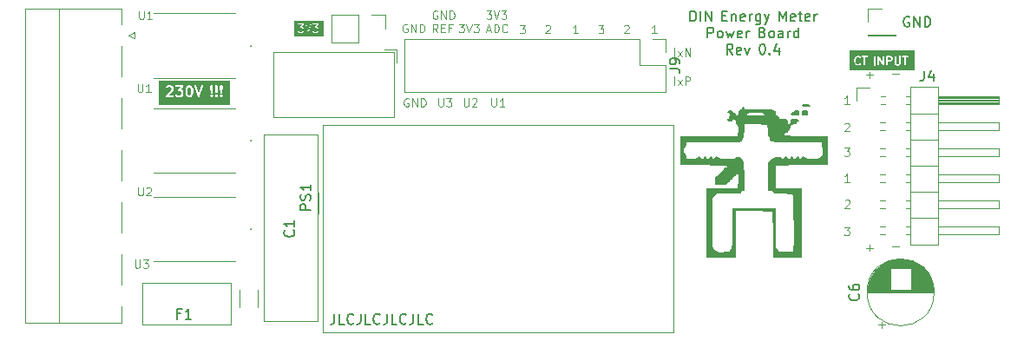
<source format=gto>
G04 #@! TF.GenerationSoftware,KiCad,Pcbnew,7.0.0-da2b9df05c~163~ubuntu22.04.1*
G04 #@! TF.CreationDate,2023-02-25T14:43:59+01:00*
G04 #@! TF.ProjectId,power_board,706f7765-725f-4626-9f61-72642e6b6963,rev?*
G04 #@! TF.SameCoordinates,Original*
G04 #@! TF.FileFunction,Legend,Top*
G04 #@! TF.FilePolarity,Positive*
%FSLAX46Y46*%
G04 Gerber Fmt 4.6, Leading zero omitted, Abs format (unit mm)*
G04 Created by KiCad (PCBNEW 7.0.0-da2b9df05c~163~ubuntu22.04.1) date 2023-02-25 14:43:59*
%MOMM*%
%LPD*%
G01*
G04 APERTURE LIST*
%ADD10C,0.100000*%
%ADD11C,0.200000*%
%ADD12C,0.160000*%
%ADD13C,0.150000*%
%ADD14C,0.120000*%
G04 APERTURE END LIST*
D10*
X183924285Y-106010904D02*
X184419523Y-106010904D01*
X184419523Y-106010904D02*
X184152857Y-106315666D01*
X184152857Y-106315666D02*
X184267142Y-106315666D01*
X184267142Y-106315666D02*
X184343333Y-106353761D01*
X184343333Y-106353761D02*
X184381428Y-106391857D01*
X184381428Y-106391857D02*
X184419523Y-106468047D01*
X184419523Y-106468047D02*
X184419523Y-106658523D01*
X184419523Y-106658523D02*
X184381428Y-106734714D01*
X184381428Y-106734714D02*
X184343333Y-106772809D01*
X184343333Y-106772809D02*
X184267142Y-106810904D01*
X184267142Y-106810904D02*
X184038571Y-106810904D01*
X184038571Y-106810904D02*
X183962380Y-106772809D01*
X183962380Y-106772809D02*
X183924285Y-106734714D01*
X188627476Y-91012142D02*
X189237000Y-91012142D01*
X115043676Y-102124704D02*
X115043676Y-102772323D01*
X115043676Y-102772323D02*
X115081771Y-102848514D01*
X115081771Y-102848514D02*
X115119866Y-102886609D01*
X115119866Y-102886609D02*
X115196057Y-102924704D01*
X115196057Y-102924704D02*
X115348438Y-102924704D01*
X115348438Y-102924704D02*
X115424628Y-102886609D01*
X115424628Y-102886609D02*
X115462723Y-102848514D01*
X115462723Y-102848514D02*
X115500819Y-102772323D01*
X115500819Y-102772323D02*
X115500819Y-102124704D01*
X115843675Y-102200895D02*
X115881771Y-102162800D01*
X115881771Y-102162800D02*
X115957961Y-102124704D01*
X115957961Y-102124704D02*
X116148437Y-102124704D01*
X116148437Y-102124704D02*
X116224628Y-102162800D01*
X116224628Y-102162800D02*
X116262723Y-102200895D01*
X116262723Y-102200895D02*
X116300818Y-102277085D01*
X116300818Y-102277085D02*
X116300818Y-102353276D01*
X116300818Y-102353276D02*
X116262723Y-102467561D01*
X116262723Y-102467561D02*
X115805580Y-102924704D01*
X115805580Y-102924704D02*
X116300818Y-102924704D01*
X183962380Y-95927095D02*
X184000476Y-95889000D01*
X184000476Y-95889000D02*
X184076666Y-95850904D01*
X184076666Y-95850904D02*
X184267142Y-95850904D01*
X184267142Y-95850904D02*
X184343333Y-95889000D01*
X184343333Y-95889000D02*
X184381428Y-95927095D01*
X184381428Y-95927095D02*
X184419523Y-96003285D01*
X184419523Y-96003285D02*
X184419523Y-96079476D01*
X184419523Y-96079476D02*
X184381428Y-96193761D01*
X184381428Y-96193761D02*
X183924285Y-96650904D01*
X183924285Y-96650904D02*
X184419523Y-96650904D01*
X144229923Y-84939200D02*
X144153733Y-84901104D01*
X144153733Y-84901104D02*
X144039447Y-84901104D01*
X144039447Y-84901104D02*
X143925161Y-84939200D01*
X143925161Y-84939200D02*
X143848971Y-85015390D01*
X143848971Y-85015390D02*
X143810876Y-85091580D01*
X143810876Y-85091580D02*
X143772780Y-85243961D01*
X143772780Y-85243961D02*
X143772780Y-85358247D01*
X143772780Y-85358247D02*
X143810876Y-85510628D01*
X143810876Y-85510628D02*
X143848971Y-85586819D01*
X143848971Y-85586819D02*
X143925161Y-85663009D01*
X143925161Y-85663009D02*
X144039447Y-85701104D01*
X144039447Y-85701104D02*
X144115638Y-85701104D01*
X144115638Y-85701104D02*
X144229923Y-85663009D01*
X144229923Y-85663009D02*
X144268019Y-85624914D01*
X144268019Y-85624914D02*
X144268019Y-85358247D01*
X144268019Y-85358247D02*
X144115638Y-85358247D01*
X144610876Y-85701104D02*
X144610876Y-84901104D01*
X144610876Y-84901104D02*
X145068019Y-85701104D01*
X145068019Y-85701104D02*
X145068019Y-84901104D01*
X145448971Y-85701104D02*
X145448971Y-84901104D01*
X145448971Y-84901104D02*
X145639447Y-84901104D01*
X145639447Y-84901104D02*
X145753733Y-84939200D01*
X145753733Y-84939200D02*
X145829923Y-85015390D01*
X145829923Y-85015390D02*
X145868018Y-85091580D01*
X145868018Y-85091580D02*
X145906114Y-85243961D01*
X145906114Y-85243961D02*
X145906114Y-85358247D01*
X145906114Y-85358247D02*
X145868018Y-85510628D01*
X145868018Y-85510628D02*
X145829923Y-85586819D01*
X145829923Y-85586819D02*
X145753733Y-85663009D01*
X145753733Y-85663009D02*
X145639447Y-85701104D01*
X145639447Y-85701104D02*
X145448971Y-85701104D01*
X144268019Y-86997104D02*
X144001352Y-86616152D01*
X143810876Y-86997104D02*
X143810876Y-86197104D01*
X143810876Y-86197104D02*
X144115638Y-86197104D01*
X144115638Y-86197104D02*
X144191828Y-86235200D01*
X144191828Y-86235200D02*
X144229923Y-86273295D01*
X144229923Y-86273295D02*
X144268019Y-86349485D01*
X144268019Y-86349485D02*
X144268019Y-86463771D01*
X144268019Y-86463771D02*
X144229923Y-86539961D01*
X144229923Y-86539961D02*
X144191828Y-86578057D01*
X144191828Y-86578057D02*
X144115638Y-86616152D01*
X144115638Y-86616152D02*
X143810876Y-86616152D01*
X144610876Y-86578057D02*
X144877542Y-86578057D01*
X144991828Y-86997104D02*
X144610876Y-86997104D01*
X144610876Y-86997104D02*
X144610876Y-86197104D01*
X144610876Y-86197104D02*
X144991828Y-86197104D01*
X145601352Y-86578057D02*
X145334686Y-86578057D01*
X145334686Y-86997104D02*
X145334686Y-86197104D01*
X145334686Y-86197104D02*
X145715638Y-86197104D01*
X184017380Y-103420095D02*
X184055476Y-103382000D01*
X184055476Y-103382000D02*
X184131666Y-103343904D01*
X184131666Y-103343904D02*
X184322142Y-103343904D01*
X184322142Y-103343904D02*
X184398333Y-103382000D01*
X184398333Y-103382000D02*
X184436428Y-103420095D01*
X184436428Y-103420095D02*
X184474523Y-103496285D01*
X184474523Y-103496285D02*
X184474523Y-103572476D01*
X184474523Y-103572476D02*
X184436428Y-103686761D01*
X184436428Y-103686761D02*
X183979285Y-104143904D01*
X183979285Y-104143904D02*
X184474523Y-104143904D01*
X167382076Y-89333904D02*
X167382076Y-88533904D01*
X167686837Y-89333904D02*
X168105885Y-88800571D01*
X167686837Y-88800571D02*
X168105885Y-89333904D01*
X168410647Y-89333904D02*
X168410647Y-88533904D01*
X168410647Y-88533904D02*
X168867790Y-89333904D01*
X168867790Y-89333904D02*
X168867790Y-88533904D01*
X184419523Y-93983904D02*
X183962380Y-93983904D01*
X184190952Y-93983904D02*
X184190952Y-93183904D01*
X184190952Y-93183904D02*
X184114761Y-93298190D01*
X184114761Y-93298190D02*
X184038571Y-93374380D01*
X184038571Y-93374380D02*
X183962380Y-93412476D01*
X141421523Y-93476000D02*
X141345333Y-93437904D01*
X141345333Y-93437904D02*
X141231047Y-93437904D01*
X141231047Y-93437904D02*
X141116761Y-93476000D01*
X141116761Y-93476000D02*
X141040571Y-93552190D01*
X141040571Y-93552190D02*
X141002476Y-93628380D01*
X141002476Y-93628380D02*
X140964380Y-93780761D01*
X140964380Y-93780761D02*
X140964380Y-93895047D01*
X140964380Y-93895047D02*
X141002476Y-94047428D01*
X141002476Y-94047428D02*
X141040571Y-94123619D01*
X141040571Y-94123619D02*
X141116761Y-94199809D01*
X141116761Y-94199809D02*
X141231047Y-94237904D01*
X141231047Y-94237904D02*
X141307238Y-94237904D01*
X141307238Y-94237904D02*
X141421523Y-94199809D01*
X141421523Y-94199809D02*
X141459619Y-94161714D01*
X141459619Y-94161714D02*
X141459619Y-93895047D01*
X141459619Y-93895047D02*
X141307238Y-93895047D01*
X141802476Y-94237904D02*
X141802476Y-93437904D01*
X141802476Y-93437904D02*
X142259619Y-94237904D01*
X142259619Y-94237904D02*
X142259619Y-93437904D01*
X142640571Y-94237904D02*
X142640571Y-93437904D01*
X142640571Y-93437904D02*
X142831047Y-93437904D01*
X142831047Y-93437904D02*
X142945333Y-93476000D01*
X142945333Y-93476000D02*
X143021523Y-93552190D01*
X143021523Y-93552190D02*
X143059618Y-93628380D01*
X143059618Y-93628380D02*
X143097714Y-93780761D01*
X143097714Y-93780761D02*
X143097714Y-93895047D01*
X143097714Y-93895047D02*
X143059618Y-94047428D01*
X143059618Y-94047428D02*
X143021523Y-94123619D01*
X143021523Y-94123619D02*
X142945333Y-94199809D01*
X142945333Y-94199809D02*
X142831047Y-94237904D01*
X142831047Y-94237904D02*
X142640571Y-94237904D01*
X157945923Y-87098704D02*
X157488780Y-87098704D01*
X157717352Y-87098704D02*
X157717352Y-86298704D01*
X157717352Y-86298704D02*
X157641161Y-86412990D01*
X157641161Y-86412990D02*
X157564971Y-86489180D01*
X157564971Y-86489180D02*
X157488780Y-86527276D01*
X159939885Y-86298704D02*
X160435123Y-86298704D01*
X160435123Y-86298704D02*
X160168457Y-86603466D01*
X160168457Y-86603466D02*
X160282742Y-86603466D01*
X160282742Y-86603466D02*
X160358933Y-86641561D01*
X160358933Y-86641561D02*
X160397028Y-86679657D01*
X160397028Y-86679657D02*
X160435123Y-86755847D01*
X160435123Y-86755847D02*
X160435123Y-86946323D01*
X160435123Y-86946323D02*
X160397028Y-87022514D01*
X160397028Y-87022514D02*
X160358933Y-87060609D01*
X160358933Y-87060609D02*
X160282742Y-87098704D01*
X160282742Y-87098704D02*
X160054171Y-87098704D01*
X160054171Y-87098704D02*
X159977980Y-87060609D01*
X159977980Y-87060609D02*
X159939885Y-87022514D01*
X162467180Y-86374895D02*
X162505276Y-86336800D01*
X162505276Y-86336800D02*
X162581466Y-86298704D01*
X162581466Y-86298704D02*
X162771942Y-86298704D01*
X162771942Y-86298704D02*
X162848133Y-86336800D01*
X162848133Y-86336800D02*
X162886228Y-86374895D01*
X162886228Y-86374895D02*
X162924323Y-86451085D01*
X162924323Y-86451085D02*
X162924323Y-86527276D01*
X162924323Y-86527276D02*
X162886228Y-86641561D01*
X162886228Y-86641561D02*
X162429085Y-87098704D01*
X162429085Y-87098704D02*
X162924323Y-87098704D01*
X146325485Y-86197104D02*
X146820723Y-86197104D01*
X146820723Y-86197104D02*
X146554057Y-86501866D01*
X146554057Y-86501866D02*
X146668342Y-86501866D01*
X146668342Y-86501866D02*
X146744533Y-86539961D01*
X146744533Y-86539961D02*
X146782628Y-86578057D01*
X146782628Y-86578057D02*
X146820723Y-86654247D01*
X146820723Y-86654247D02*
X146820723Y-86844723D01*
X146820723Y-86844723D02*
X146782628Y-86920914D01*
X146782628Y-86920914D02*
X146744533Y-86959009D01*
X146744533Y-86959009D02*
X146668342Y-86997104D01*
X146668342Y-86997104D02*
X146439771Y-86997104D01*
X146439771Y-86997104D02*
X146363580Y-86959009D01*
X146363580Y-86959009D02*
X146325485Y-86920914D01*
X147049295Y-86197104D02*
X147315962Y-86997104D01*
X147315962Y-86997104D02*
X147582628Y-86197104D01*
X147773104Y-86197104D02*
X148268342Y-86197104D01*
X148268342Y-86197104D02*
X148001676Y-86501866D01*
X148001676Y-86501866D02*
X148115961Y-86501866D01*
X148115961Y-86501866D02*
X148192152Y-86539961D01*
X148192152Y-86539961D02*
X148230247Y-86578057D01*
X148230247Y-86578057D02*
X148268342Y-86654247D01*
X148268342Y-86654247D02*
X148268342Y-86844723D01*
X148268342Y-86844723D02*
X148230247Y-86920914D01*
X148230247Y-86920914D02*
X148192152Y-86959009D01*
X148192152Y-86959009D02*
X148115961Y-86997104D01*
X148115961Y-86997104D02*
X147887390Y-86997104D01*
X147887390Y-86997104D02*
X147811199Y-86959009D01*
X147811199Y-86959009D02*
X147773104Y-86920914D01*
D11*
G36*
X120111145Y-92373185D02*
G01*
X120135815Y-92397855D01*
X120171266Y-92468758D01*
X120213238Y-92636644D01*
X120213238Y-92850116D01*
X120171266Y-93018004D01*
X120135815Y-93088906D01*
X120111145Y-93113575D01*
X120051537Y-93143380D01*
X120003511Y-93143380D01*
X119943903Y-93113576D01*
X119919233Y-93088906D01*
X119883781Y-93018002D01*
X119841810Y-92850117D01*
X119841810Y-92636645D01*
X119883781Y-92468757D01*
X119919233Y-92397854D01*
X119943902Y-92373185D01*
X120003513Y-92343380D01*
X120051535Y-92343380D01*
X120111145Y-92373185D01*
G37*
G36*
X123982285Y-94068857D02*
G01*
X117053715Y-94068857D01*
X117053715Y-93258212D01*
X117686268Y-93258212D01*
X117690970Y-93268509D01*
X117691778Y-93279802D01*
X117702931Y-93294701D01*
X117710663Y-93311631D01*
X117720186Y-93317751D01*
X117726971Y-93326814D01*
X117744409Y-93333318D01*
X117760066Y-93343380D01*
X117771385Y-93343380D01*
X117781994Y-93347337D01*
X117800182Y-93343380D01*
X118422855Y-93343380D01*
X118464823Y-93331057D01*
X118503280Y-93286675D01*
X118511637Y-93228548D01*
X118487242Y-93175129D01*
X118437839Y-93143380D01*
X118030850Y-93143380D01*
X118033523Y-93140707D01*
X118637853Y-93140707D01*
X118650337Y-93198090D01*
X118709852Y-93257605D01*
X118718445Y-93272072D01*
X118743081Y-93284390D01*
X118767275Y-93297601D01*
X118769223Y-93297461D01*
X118835128Y-93330414D01*
X118855304Y-93343380D01*
X118875739Y-93343380D01*
X118895855Y-93347000D01*
X118904583Y-93343380D01*
X119164996Y-93343380D01*
X119188839Y-93345954D01*
X119207115Y-93336815D01*
X119226728Y-93331057D01*
X119232916Y-93323915D01*
X119299124Y-93290811D01*
X119315567Y-93287234D01*
X119335046Y-93267754D01*
X119355227Y-93248983D01*
X119355711Y-93247089D01*
X119375082Y-93227718D01*
X119389549Y-93219126D01*
X119401867Y-93194489D01*
X119415078Y-93170296D01*
X119414938Y-93168347D01*
X119447891Y-93102442D01*
X119460857Y-93082267D01*
X119460857Y-93061832D01*
X119464477Y-93041716D01*
X119460857Y-93032988D01*
X119460857Y-92858195D01*
X119637674Y-92858195D01*
X119641810Y-92874739D01*
X119641810Y-92876807D01*
X119645289Y-92888657D01*
X119688094Y-93059877D01*
X119686855Y-93071362D01*
X119695076Y-93087805D01*
X119695902Y-93091107D01*
X119701487Y-93100627D01*
X119741997Y-93181647D01*
X119745575Y-93198090D01*
X119765054Y-93217569D01*
X119783826Y-93237750D01*
X119785719Y-93238234D01*
X119805090Y-93257605D01*
X119813683Y-93272072D01*
X119838319Y-93284390D01*
X119862513Y-93297601D01*
X119864461Y-93297461D01*
X119930366Y-93330414D01*
X119950542Y-93343380D01*
X119970977Y-93343380D01*
X119991093Y-93347000D01*
X119999821Y-93343380D01*
X120069758Y-93343380D01*
X120093601Y-93345954D01*
X120111877Y-93336815D01*
X120131490Y-93331057D01*
X120137678Y-93323915D01*
X120203886Y-93290811D01*
X120220329Y-93287234D01*
X120239808Y-93267754D01*
X120259989Y-93248983D01*
X120260473Y-93247089D01*
X120279844Y-93227718D01*
X120294311Y-93219126D01*
X120306629Y-93194489D01*
X120319840Y-93170296D01*
X120319700Y-93168347D01*
X120347095Y-93113557D01*
X120355512Y-93105644D01*
X120359971Y-93087805D01*
X120361492Y-93084765D01*
X120363445Y-93073910D01*
X120406261Y-92902647D01*
X120413238Y-92891791D01*
X120413238Y-92874740D01*
X120413740Y-92872732D01*
X120413238Y-92860386D01*
X120413238Y-92640792D01*
X120417374Y-92628566D01*
X120413238Y-92612022D01*
X120413238Y-92609954D01*
X120409758Y-92598103D01*
X120366953Y-92426882D01*
X120368193Y-92415398D01*
X120359971Y-92398954D01*
X120359146Y-92395654D01*
X120353562Y-92386137D01*
X120313049Y-92305111D01*
X120309473Y-92288671D01*
X120289998Y-92269196D01*
X120271222Y-92249010D01*
X120269327Y-92248525D01*
X120267949Y-92247147D01*
X120494799Y-92247147D01*
X120831697Y-93257840D01*
X120831290Y-93269110D01*
X120840805Y-93285163D01*
X120841965Y-93288643D01*
X120848099Y-93297470D01*
X120861233Y-93319628D01*
X120864709Y-93321370D01*
X120866927Y-93324561D01*
X120890718Y-93334403D01*
X120913735Y-93345937D01*
X120917598Y-93345523D01*
X120921192Y-93347010D01*
X120946522Y-93342427D01*
X120972127Y-93339687D01*
X120975157Y-93337247D01*
X120978979Y-93336556D01*
X120997805Y-93319012D01*
X121017869Y-93302859D01*
X121019098Y-93299170D01*
X121021942Y-93296521D01*
X121028298Y-93271570D01*
X121056046Y-93188326D01*
X122047377Y-93188326D01*
X122052098Y-93210029D01*
X122053683Y-93232183D01*
X122058243Y-93238275D01*
X122059861Y-93245709D01*
X122075562Y-93261410D01*
X122088876Y-93279195D01*
X122096006Y-93281854D01*
X122110193Y-93296041D01*
X122111276Y-93299727D01*
X122125341Y-93311914D01*
X122136495Y-93326814D01*
X122147102Y-93330770D01*
X122155658Y-93338184D01*
X122166864Y-93339795D01*
X122176799Y-93345220D01*
X122184387Y-93344677D01*
X122191518Y-93347337D01*
X122202580Y-93344930D01*
X122213785Y-93346541D01*
X122224084Y-93341837D01*
X122235375Y-93341030D01*
X122241465Y-93336470D01*
X122248901Y-93334853D01*
X122256904Y-93326849D01*
X122267204Y-93322146D01*
X122273325Y-93312620D01*
X122282386Y-93305838D01*
X122285045Y-93298708D01*
X122312225Y-93271528D01*
X122330005Y-93258219D01*
X122337765Y-93237412D01*
X122348412Y-93217915D01*
X122347869Y-93210324D01*
X122350528Y-93203196D01*
X122347293Y-93188326D01*
X122523567Y-93188326D01*
X122528288Y-93210029D01*
X122529873Y-93232183D01*
X122534433Y-93238275D01*
X122536051Y-93245709D01*
X122551752Y-93261410D01*
X122565066Y-93279195D01*
X122572196Y-93281854D01*
X122586383Y-93296041D01*
X122587466Y-93299727D01*
X122601531Y-93311914D01*
X122612685Y-93326814D01*
X122623292Y-93330770D01*
X122631848Y-93338184D01*
X122643054Y-93339795D01*
X122652989Y-93345220D01*
X122660577Y-93344677D01*
X122667708Y-93347337D01*
X122678770Y-93344930D01*
X122689975Y-93346541D01*
X122700274Y-93341837D01*
X122711565Y-93341030D01*
X122717655Y-93336470D01*
X122725091Y-93334853D01*
X122733094Y-93326849D01*
X122743394Y-93322146D01*
X122749515Y-93312620D01*
X122758576Y-93305838D01*
X122761235Y-93298708D01*
X122788415Y-93271528D01*
X122806195Y-93258219D01*
X122813955Y-93237412D01*
X122824602Y-93217915D01*
X122824059Y-93210324D01*
X122826718Y-93203196D01*
X122823483Y-93188326D01*
X122999757Y-93188326D01*
X123004478Y-93210029D01*
X123006063Y-93232183D01*
X123010623Y-93238275D01*
X123012241Y-93245709D01*
X123027942Y-93261410D01*
X123041256Y-93279195D01*
X123048386Y-93281854D01*
X123062573Y-93296041D01*
X123063656Y-93299727D01*
X123077721Y-93311914D01*
X123088875Y-93326814D01*
X123099482Y-93330770D01*
X123108038Y-93338184D01*
X123119244Y-93339795D01*
X123129179Y-93345220D01*
X123136767Y-93344677D01*
X123143898Y-93347337D01*
X123154960Y-93344930D01*
X123166165Y-93346541D01*
X123176464Y-93341837D01*
X123187755Y-93341030D01*
X123193845Y-93336470D01*
X123201281Y-93334853D01*
X123209284Y-93326849D01*
X123219584Y-93322146D01*
X123225705Y-93312620D01*
X123234766Y-93305838D01*
X123237425Y-93298708D01*
X123264605Y-93271528D01*
X123282385Y-93258219D01*
X123290145Y-93237412D01*
X123300792Y-93217915D01*
X123300249Y-93210324D01*
X123302908Y-93203196D01*
X123298186Y-93181492D01*
X123296602Y-93159339D01*
X123292042Y-93153248D01*
X123290425Y-93145813D01*
X123274719Y-93130107D01*
X123261410Y-93112328D01*
X123254280Y-93109668D01*
X123240092Y-93095480D01*
X123239010Y-93091795D01*
X123224942Y-93079605D01*
X123213791Y-93064709D01*
X123203185Y-93060753D01*
X123194628Y-93053338D01*
X123183421Y-93051726D01*
X123173487Y-93046302D01*
X123165896Y-93046844D01*
X123158768Y-93044186D01*
X123147707Y-93046592D01*
X123136501Y-93044981D01*
X123126203Y-93049683D01*
X123114911Y-93050491D01*
X123108818Y-93055051D01*
X123101385Y-93056669D01*
X123093381Y-93064672D01*
X123083082Y-93069376D01*
X123076961Y-93078899D01*
X123067899Y-93085684D01*
X123065239Y-93092814D01*
X123038064Y-93119989D01*
X123020280Y-93133303D01*
X123012517Y-93154115D01*
X123001874Y-93173607D01*
X123002416Y-93181195D01*
X122999757Y-93188326D01*
X122823483Y-93188326D01*
X122821996Y-93181492D01*
X122820412Y-93159339D01*
X122815852Y-93153248D01*
X122814235Y-93145813D01*
X122798529Y-93130107D01*
X122785220Y-93112328D01*
X122778090Y-93109668D01*
X122763902Y-93095480D01*
X122762820Y-93091795D01*
X122748752Y-93079605D01*
X122737601Y-93064709D01*
X122726995Y-93060753D01*
X122718438Y-93053338D01*
X122707231Y-93051726D01*
X122697297Y-93046302D01*
X122689706Y-93046844D01*
X122682578Y-93044186D01*
X122671517Y-93046592D01*
X122660311Y-93044981D01*
X122650013Y-93049683D01*
X122638721Y-93050491D01*
X122632628Y-93055051D01*
X122625195Y-93056669D01*
X122617191Y-93064672D01*
X122606892Y-93069376D01*
X122600771Y-93078899D01*
X122591709Y-93085684D01*
X122589049Y-93092814D01*
X122561874Y-93119989D01*
X122544090Y-93133303D01*
X122536327Y-93154115D01*
X122525684Y-93173607D01*
X122526226Y-93181195D01*
X122523567Y-93188326D01*
X122347293Y-93188326D01*
X122345806Y-93181492D01*
X122344222Y-93159339D01*
X122339662Y-93153248D01*
X122338045Y-93145813D01*
X122322339Y-93130107D01*
X122309030Y-93112328D01*
X122301900Y-93109668D01*
X122287712Y-93095480D01*
X122286630Y-93091795D01*
X122272562Y-93079605D01*
X122261411Y-93064709D01*
X122250805Y-93060753D01*
X122242248Y-93053338D01*
X122231041Y-93051726D01*
X122221107Y-93046302D01*
X122213516Y-93046844D01*
X122206388Y-93044186D01*
X122195327Y-93046592D01*
X122184121Y-93044981D01*
X122173823Y-93049683D01*
X122162531Y-93050491D01*
X122156438Y-93055051D01*
X122149005Y-93056669D01*
X122141001Y-93064672D01*
X122130702Y-93069376D01*
X122124581Y-93078899D01*
X122115519Y-93085684D01*
X122112859Y-93092814D01*
X122085684Y-93119989D01*
X122067900Y-93133303D01*
X122060137Y-93154115D01*
X122049494Y-93173607D01*
X122050036Y-93181195D01*
X122047377Y-93188326D01*
X121056046Y-93188326D01*
X121362140Y-92270043D01*
X122049241Y-92270043D01*
X122051627Y-92298684D01*
X122053684Y-92327423D01*
X122054065Y-92327932D01*
X122098606Y-92862423D01*
X122098104Y-92868453D01*
X122098953Y-92872589D01*
X122098953Y-92876807D01*
X122100142Y-92880858D01*
X122100493Y-92885062D01*
X122102669Y-92890695D01*
X122106899Y-92911299D01*
X122110018Y-92914492D01*
X122111276Y-92918775D01*
X122114648Y-92921697D01*
X122116258Y-92925862D01*
X122133241Y-92938267D01*
X122147935Y-92953309D01*
X122152284Y-92954308D01*
X122155658Y-92957232D01*
X122160076Y-92957867D01*
X122163681Y-92960500D01*
X122184675Y-92961753D01*
X122205167Y-92966464D01*
X122209366Y-92964953D01*
X122213785Y-92965589D01*
X122217845Y-92963734D01*
X122222301Y-92964001D01*
X122240638Y-92953707D01*
X122260427Y-92946590D01*
X122263143Y-92943048D01*
X122267204Y-92941194D01*
X122269617Y-92937438D01*
X122273509Y-92935254D01*
X122283369Y-92916679D01*
X122296169Y-92899994D01*
X122296539Y-92895546D01*
X122298953Y-92891791D01*
X122298953Y-92887327D01*
X122301046Y-92883385D01*
X122299299Y-92862427D01*
X122345082Y-92313037D01*
X122350529Y-92298436D01*
X122344414Y-92270326D01*
X122344356Y-92270043D01*
X122525431Y-92270043D01*
X122527817Y-92298684D01*
X122529874Y-92327423D01*
X122530255Y-92327932D01*
X122574796Y-92862423D01*
X122574294Y-92868453D01*
X122575143Y-92872589D01*
X122575143Y-92876807D01*
X122576332Y-92880858D01*
X122576683Y-92885062D01*
X122578859Y-92890695D01*
X122583089Y-92911299D01*
X122586208Y-92914492D01*
X122587466Y-92918775D01*
X122590838Y-92921697D01*
X122592448Y-92925862D01*
X122609431Y-92938267D01*
X122624125Y-92953309D01*
X122628474Y-92954308D01*
X122631848Y-92957232D01*
X122636266Y-92957867D01*
X122639871Y-92960500D01*
X122660865Y-92961753D01*
X122681357Y-92966464D01*
X122685556Y-92964953D01*
X122689975Y-92965589D01*
X122694035Y-92963734D01*
X122698491Y-92964001D01*
X122716828Y-92953707D01*
X122736617Y-92946590D01*
X122739333Y-92943048D01*
X122743394Y-92941194D01*
X122745807Y-92937438D01*
X122749699Y-92935254D01*
X122759559Y-92916679D01*
X122772359Y-92899994D01*
X122772729Y-92895546D01*
X122775143Y-92891791D01*
X122775143Y-92887327D01*
X122777236Y-92883385D01*
X122775489Y-92862427D01*
X122821272Y-92313037D01*
X122826719Y-92298436D01*
X122820604Y-92270326D01*
X122820546Y-92270043D01*
X123001621Y-92270043D01*
X123004007Y-92298684D01*
X123006064Y-92327423D01*
X123006445Y-92327932D01*
X123050986Y-92862423D01*
X123050484Y-92868453D01*
X123051333Y-92872589D01*
X123051333Y-92876807D01*
X123052522Y-92880858D01*
X123052873Y-92885062D01*
X123055049Y-92890695D01*
X123059279Y-92911299D01*
X123062398Y-92914492D01*
X123063656Y-92918775D01*
X123067028Y-92921697D01*
X123068638Y-92925862D01*
X123085621Y-92938267D01*
X123100315Y-92953309D01*
X123104664Y-92954308D01*
X123108038Y-92957232D01*
X123112456Y-92957867D01*
X123116061Y-92960500D01*
X123137055Y-92961753D01*
X123157547Y-92966464D01*
X123161746Y-92964953D01*
X123166165Y-92965589D01*
X123170225Y-92963734D01*
X123174681Y-92964001D01*
X123193018Y-92953707D01*
X123212807Y-92946590D01*
X123215523Y-92943048D01*
X123219584Y-92941194D01*
X123221997Y-92937438D01*
X123225889Y-92935254D01*
X123235749Y-92916679D01*
X123248549Y-92899994D01*
X123248919Y-92895546D01*
X123251333Y-92891791D01*
X123251333Y-92887327D01*
X123253426Y-92883385D01*
X123251679Y-92862427D01*
X123297462Y-92313037D01*
X123302909Y-92298436D01*
X123296794Y-92270326D01*
X123291006Y-92242129D01*
X123290560Y-92241673D01*
X123290426Y-92241053D01*
X123270108Y-92220735D01*
X123249971Y-92200119D01*
X123249350Y-92199976D01*
X123240091Y-92190717D01*
X123239010Y-92187033D01*
X123224942Y-92174843D01*
X123213790Y-92159946D01*
X123203184Y-92155990D01*
X123194628Y-92148576D01*
X123183423Y-92146965D01*
X123173488Y-92141540D01*
X123165898Y-92142082D01*
X123158767Y-92139423D01*
X123147704Y-92141829D01*
X123136501Y-92140219D01*
X123126203Y-92144921D01*
X123114912Y-92145729D01*
X123108820Y-92150289D01*
X123101384Y-92151907D01*
X123093380Y-92159911D01*
X123083082Y-92164614D01*
X123076961Y-92174137D01*
X123067900Y-92180921D01*
X123065240Y-92188051D01*
X123042747Y-92210545D01*
X123029158Y-92218174D01*
X123015678Y-92243564D01*
X123001873Y-92268847D01*
X123001918Y-92269482D01*
X123001621Y-92270043D01*
X122820546Y-92270043D01*
X122814816Y-92242129D01*
X122814370Y-92241673D01*
X122814236Y-92241053D01*
X122793918Y-92220735D01*
X122773781Y-92200119D01*
X122773160Y-92199976D01*
X122763901Y-92190717D01*
X122762820Y-92187033D01*
X122748752Y-92174843D01*
X122737600Y-92159946D01*
X122726994Y-92155990D01*
X122718438Y-92148576D01*
X122707233Y-92146965D01*
X122697298Y-92141540D01*
X122689708Y-92142082D01*
X122682577Y-92139423D01*
X122671514Y-92141829D01*
X122660311Y-92140219D01*
X122650013Y-92144921D01*
X122638722Y-92145729D01*
X122632630Y-92150289D01*
X122625194Y-92151907D01*
X122617190Y-92159911D01*
X122606892Y-92164614D01*
X122600771Y-92174137D01*
X122591710Y-92180921D01*
X122589050Y-92188051D01*
X122566557Y-92210545D01*
X122552968Y-92218174D01*
X122539488Y-92243564D01*
X122525683Y-92268847D01*
X122525728Y-92269482D01*
X122525431Y-92270043D01*
X122344356Y-92270043D01*
X122338626Y-92242129D01*
X122338180Y-92241673D01*
X122338046Y-92241053D01*
X122317728Y-92220735D01*
X122297591Y-92200119D01*
X122296970Y-92199976D01*
X122287711Y-92190717D01*
X122286630Y-92187033D01*
X122272562Y-92174843D01*
X122261410Y-92159946D01*
X122250804Y-92155990D01*
X122242248Y-92148576D01*
X122231043Y-92146965D01*
X122221108Y-92141540D01*
X122213518Y-92142082D01*
X122206387Y-92139423D01*
X122195324Y-92141829D01*
X122184121Y-92140219D01*
X122173823Y-92144921D01*
X122162532Y-92145729D01*
X122156440Y-92150289D01*
X122149004Y-92151907D01*
X122141000Y-92159911D01*
X122130702Y-92164614D01*
X122124581Y-92174137D01*
X122115520Y-92180921D01*
X122112860Y-92188051D01*
X122090367Y-92210545D01*
X122076778Y-92218174D01*
X122063298Y-92243564D01*
X122049493Y-92268847D01*
X122049538Y-92269482D01*
X122049241Y-92270043D01*
X121362140Y-92270043D01*
X121365034Y-92261362D01*
X121366615Y-92217651D01*
X121336672Y-92167133D01*
X121284170Y-92140823D01*
X121225778Y-92147074D01*
X121180036Y-92183901D01*
X120932286Y-92927151D01*
X120689274Y-92198116D01*
X120664312Y-92162199D01*
X120610047Y-92139750D01*
X120552260Y-92150203D01*
X120509296Y-92190239D01*
X120494799Y-92247147D01*
X120267949Y-92247147D01*
X120249958Y-92229156D01*
X120241366Y-92214690D01*
X120216733Y-92202373D01*
X120192535Y-92189160D01*
X120190586Y-92189299D01*
X120124682Y-92156346D01*
X120104506Y-92143380D01*
X120084071Y-92143380D01*
X120063956Y-92139760D01*
X120055228Y-92143380D01*
X119985289Y-92143380D01*
X119961446Y-92140806D01*
X119943168Y-92149944D01*
X119923558Y-92155703D01*
X119917370Y-92162844D01*
X119851157Y-92195950D01*
X119834719Y-92199527D01*
X119815247Y-92218998D01*
X119795058Y-92237779D01*
X119794573Y-92239672D01*
X119775203Y-92259042D01*
X119760737Y-92267635D01*
X119748419Y-92292269D01*
X119735208Y-92316465D01*
X119735347Y-92318414D01*
X119707953Y-92373202D01*
X119699536Y-92381117D01*
X119695076Y-92398957D01*
X119693556Y-92401997D01*
X119691603Y-92412848D01*
X119648786Y-92584113D01*
X119641810Y-92594970D01*
X119641810Y-92612021D01*
X119641308Y-92614029D01*
X119641810Y-92626375D01*
X119641810Y-92845969D01*
X119637674Y-92858195D01*
X119460857Y-92858195D01*
X119460857Y-92820193D01*
X119463431Y-92796350D01*
X119454292Y-92778072D01*
X119448534Y-92758462D01*
X119441392Y-92752274D01*
X119408287Y-92686063D01*
X119404711Y-92669623D01*
X119385236Y-92650148D01*
X119366460Y-92629962D01*
X119364565Y-92629477D01*
X119345195Y-92610107D01*
X119336603Y-92595641D01*
X119311968Y-92583323D01*
X119287773Y-92570112D01*
X119285823Y-92570251D01*
X119231492Y-92543085D01*
X119416952Y-92331130D01*
X119417204Y-92331057D01*
X119436266Y-92309057D01*
X119445584Y-92298409D01*
X119445687Y-92298184D01*
X119455661Y-92286675D01*
X119457758Y-92272088D01*
X119463946Y-92258710D01*
X119461850Y-92243621D01*
X119464018Y-92228548D01*
X119457896Y-92215143D01*
X119455869Y-92200542D01*
X119445949Y-92188981D01*
X119439623Y-92175129D01*
X119427225Y-92167161D01*
X119417627Y-92155976D01*
X119403032Y-92151613D01*
X119390220Y-92143380D01*
X119375484Y-92143380D01*
X119361361Y-92139159D01*
X119346724Y-92143380D01*
X118727431Y-92143380D01*
X118685463Y-92155703D01*
X118647006Y-92200085D01*
X118638649Y-92258212D01*
X118663044Y-92311631D01*
X118712447Y-92343380D01*
X119140480Y-92343380D01*
X118971429Y-92536581D01*
X118971177Y-92536656D01*
X118952017Y-92558767D01*
X118942798Y-92569304D01*
X118942695Y-92569525D01*
X118932720Y-92581038D01*
X118930622Y-92595627D01*
X118924436Y-92609003D01*
X118926530Y-92624088D01*
X118924363Y-92639165D01*
X118930485Y-92652570D01*
X118932512Y-92667170D01*
X118942431Y-92678729D01*
X118948758Y-92692584D01*
X118961156Y-92700551D01*
X118970754Y-92711737D01*
X118985348Y-92716099D01*
X118998161Y-92724333D01*
X119012897Y-92724333D01*
X119027020Y-92728554D01*
X119041656Y-92724333D01*
X119146775Y-92724333D01*
X119206383Y-92754137D01*
X119231053Y-92778807D01*
X119260857Y-92838415D01*
X119260857Y-93029298D01*
X119231053Y-93088906D01*
X119206383Y-93113575D01*
X119146775Y-93143380D01*
X118908273Y-93143380D01*
X118848665Y-93113576D01*
X118802353Y-93067264D01*
X118763964Y-93046302D01*
X118705388Y-93050491D01*
X118658376Y-93085684D01*
X118637853Y-93140707D01*
X118033523Y-93140707D01*
X118427756Y-92746473D01*
X118446440Y-92731431D01*
X118452902Y-92712043D01*
X118462697Y-92694106D01*
X118462023Y-92684681D01*
X118499378Y-92572613D01*
X118508476Y-92558458D01*
X118508476Y-92530903D01*
X118509472Y-92503366D01*
X118508476Y-92501686D01*
X118508476Y-92439241D01*
X118511050Y-92415398D01*
X118501911Y-92397120D01*
X118496153Y-92377510D01*
X118489011Y-92371322D01*
X118455906Y-92305111D01*
X118452330Y-92288671D01*
X118432855Y-92269196D01*
X118414079Y-92249010D01*
X118412184Y-92248525D01*
X118392815Y-92229156D01*
X118384223Y-92214690D01*
X118359590Y-92202373D01*
X118335392Y-92189160D01*
X118333443Y-92189299D01*
X118267539Y-92156346D01*
X118247363Y-92143380D01*
X118226928Y-92143380D01*
X118206813Y-92139760D01*
X118198085Y-92143380D01*
X117985289Y-92143380D01*
X117961446Y-92140806D01*
X117943168Y-92149944D01*
X117923558Y-92155703D01*
X117917370Y-92162844D01*
X117851157Y-92195950D01*
X117834719Y-92199527D01*
X117815247Y-92218998D01*
X117795058Y-92237779D01*
X117794573Y-92239672D01*
X117756170Y-92278076D01*
X117735208Y-92316465D01*
X117739397Y-92375041D01*
X117774590Y-92422053D01*
X117829613Y-92442576D01*
X117886996Y-92430092D01*
X117943902Y-92373185D01*
X118003513Y-92343380D01*
X118194392Y-92343380D01*
X118254002Y-92373185D01*
X118278672Y-92397855D01*
X118308476Y-92457463D01*
X118308476Y-92512868D01*
X118273454Y-92617933D01*
X117736767Y-93154620D01*
X117733082Y-93155703D01*
X117716186Y-93175201D01*
X117708551Y-93182837D01*
X117706814Y-93186018D01*
X117694625Y-93200085D01*
X117693013Y-93211291D01*
X117687589Y-93221226D01*
X117688916Y-93239789D01*
X117686268Y-93258212D01*
X117053715Y-93258212D01*
X117053715Y-91683143D01*
X123982285Y-91683143D01*
X123982285Y-94068857D01*
G37*
D10*
X141294523Y-86237000D02*
X141218333Y-86198904D01*
X141218333Y-86198904D02*
X141104047Y-86198904D01*
X141104047Y-86198904D02*
X140989761Y-86237000D01*
X140989761Y-86237000D02*
X140913571Y-86313190D01*
X140913571Y-86313190D02*
X140875476Y-86389380D01*
X140875476Y-86389380D02*
X140837380Y-86541761D01*
X140837380Y-86541761D02*
X140837380Y-86656047D01*
X140837380Y-86656047D02*
X140875476Y-86808428D01*
X140875476Y-86808428D02*
X140913571Y-86884619D01*
X140913571Y-86884619D02*
X140989761Y-86960809D01*
X140989761Y-86960809D02*
X141104047Y-86998904D01*
X141104047Y-86998904D02*
X141180238Y-86998904D01*
X141180238Y-86998904D02*
X141294523Y-86960809D01*
X141294523Y-86960809D02*
X141332619Y-86922714D01*
X141332619Y-86922714D02*
X141332619Y-86656047D01*
X141332619Y-86656047D02*
X141180238Y-86656047D01*
X141675476Y-86998904D02*
X141675476Y-86198904D01*
X141675476Y-86198904D02*
X142132619Y-86998904D01*
X142132619Y-86998904D02*
X142132619Y-86198904D01*
X142513571Y-86998904D02*
X142513571Y-86198904D01*
X142513571Y-86198904D02*
X142704047Y-86198904D01*
X142704047Y-86198904D02*
X142818333Y-86237000D01*
X142818333Y-86237000D02*
X142894523Y-86313190D01*
X142894523Y-86313190D02*
X142932618Y-86389380D01*
X142932618Y-86389380D02*
X142970714Y-86541761D01*
X142970714Y-86541761D02*
X142970714Y-86656047D01*
X142970714Y-86656047D02*
X142932618Y-86808428D01*
X142932618Y-86808428D02*
X142894523Y-86884619D01*
X142894523Y-86884619D02*
X142818333Y-86960809D01*
X142818333Y-86960809D02*
X142704047Y-86998904D01*
X142704047Y-86998904D02*
X142513571Y-86998904D01*
D12*
G36*
X188446609Y-89460747D02*
G01*
X188466346Y-89480484D01*
X188490190Y-89528170D01*
X188490190Y-89604685D01*
X188466346Y-89652371D01*
X188446609Y-89672109D01*
X188398923Y-89695952D01*
X188193047Y-89695952D01*
X188193047Y-89436904D01*
X188398923Y-89436904D01*
X188446609Y-89460747D01*
G37*
G36*
X190764476Y-90685286D02*
G01*
X184459714Y-90685286D01*
X184459714Y-89810662D01*
X184883071Y-89810662D01*
X184886380Y-89823898D01*
X184886380Y-89825548D01*
X184889157Y-89835005D01*
X184923408Y-89972009D01*
X184922417Y-89981195D01*
X184928994Y-89994349D01*
X184929654Y-89996989D01*
X184934118Y-90004598D01*
X184966532Y-90069427D01*
X184969393Y-90082578D01*
X184984984Y-90098169D01*
X184999994Y-90114305D01*
X185001506Y-90114691D01*
X185059148Y-90172333D01*
X185071178Y-90187276D01*
X185086694Y-90192448D01*
X185101038Y-90200280D01*
X185108573Y-90199741D01*
X185198235Y-90229627D01*
X185209557Y-90236904D01*
X185231608Y-90236904D01*
X185253631Y-90237700D01*
X185254974Y-90236904D01*
X185299209Y-90236904D01*
X185312252Y-90240227D01*
X185333182Y-90233250D01*
X185354315Y-90227045D01*
X185355337Y-90225865D01*
X185444740Y-90196064D01*
X185463481Y-90191988D01*
X185475044Y-90180424D01*
X185488467Y-90171096D01*
X185491355Y-90164114D01*
X185526319Y-90129151D01*
X185543090Y-90098438D01*
X185539739Y-90051578D01*
X185511585Y-90013968D01*
X185467568Y-89997550D01*
X185421661Y-90007535D01*
X185380309Y-90048885D01*
X185296255Y-90076904D01*
X185246031Y-90076904D01*
X185161975Y-90048886D01*
X185108318Y-89995229D01*
X185079958Y-89938507D01*
X185046380Y-89804197D01*
X185046380Y-89709610D01*
X185079958Y-89575301D01*
X185108319Y-89518578D01*
X185161975Y-89464922D01*
X185246030Y-89436904D01*
X185296256Y-89436904D01*
X185380308Y-89464921D01*
X185413184Y-89497796D01*
X185443897Y-89514567D01*
X185490757Y-89511214D01*
X185528366Y-89483060D01*
X185544783Y-89439042D01*
X185534797Y-89393135D01*
X185510432Y-89368770D01*
X185607662Y-89368770D01*
X185627178Y-89411504D01*
X185666700Y-89436904D01*
X185838761Y-89436904D01*
X185838761Y-90168405D01*
X185848620Y-90201981D01*
X185884125Y-90232746D01*
X185930627Y-90239432D01*
X185973361Y-90219916D01*
X185998761Y-90180394D01*
X185998761Y-90168405D01*
X186814000Y-90168405D01*
X186823859Y-90201981D01*
X186859364Y-90232746D01*
X186905866Y-90239432D01*
X186948600Y-90219916D01*
X186974000Y-90180394D01*
X186974000Y-89376200D01*
X187193838Y-89376200D01*
X187194952Y-89378149D01*
X187194952Y-90168405D01*
X187204811Y-90201981D01*
X187240316Y-90232746D01*
X187286818Y-90239432D01*
X187329552Y-90219916D01*
X187354952Y-90180394D01*
X187354952Y-89658149D01*
X187657980Y-90188448D01*
X187661954Y-90201981D01*
X187678129Y-90215996D01*
X187693560Y-90230842D01*
X187695763Y-90231276D01*
X187697459Y-90232746D01*
X187718637Y-90235791D01*
X187739651Y-90239938D01*
X187741739Y-90239112D01*
X187743961Y-90239432D01*
X187763433Y-90230539D01*
X187783343Y-90222671D01*
X187784653Y-90220848D01*
X187786695Y-90219916D01*
X187798268Y-90201907D01*
X187810764Y-90184525D01*
X187810880Y-90182283D01*
X187812095Y-90180394D01*
X187812095Y-90158984D01*
X187813209Y-90137608D01*
X187812095Y-90135659D01*
X187812095Y-89787818D01*
X188030519Y-89787818D01*
X188033047Y-89793354D01*
X188033047Y-90168405D01*
X188042906Y-90201981D01*
X188078411Y-90232746D01*
X188124913Y-90239432D01*
X188167647Y-90219916D01*
X188193047Y-90180394D01*
X188193047Y-90019290D01*
X188830988Y-90019290D01*
X188838300Y-90033915D01*
X188842906Y-90049600D01*
X188848616Y-90054548D01*
X188875103Y-90107522D01*
X188877964Y-90120673D01*
X188893555Y-90136264D01*
X188908565Y-90152400D01*
X188910077Y-90152786D01*
X188925577Y-90168286D01*
X188932450Y-90179858D01*
X188952175Y-90189720D01*
X188971514Y-90200280D01*
X188973071Y-90200168D01*
X189025803Y-90226534D01*
X189041938Y-90236904D01*
X189058289Y-90236904D01*
X189074379Y-90239799D01*
X189081359Y-90236904D01*
X189213505Y-90236904D01*
X189232576Y-90238963D01*
X189247200Y-90231650D01*
X189262886Y-90227045D01*
X189267834Y-90221333D01*
X189320807Y-90194847D01*
X189333958Y-90191987D01*
X189349549Y-90176395D01*
X189365685Y-90161386D01*
X189366071Y-90159873D01*
X189381569Y-90144375D01*
X189393143Y-90137502D01*
X189403011Y-90117764D01*
X189413565Y-90098437D01*
X189413453Y-90096880D01*
X189439818Y-90044150D01*
X189450190Y-90028013D01*
X189450190Y-90011660D01*
X189453085Y-89995574D01*
X189450190Y-89988594D01*
X189450190Y-89368770D01*
X189554328Y-89368770D01*
X189573844Y-89411504D01*
X189613366Y-89436904D01*
X189785427Y-89436904D01*
X189785427Y-90168405D01*
X189795286Y-90201981D01*
X189830791Y-90232746D01*
X189877293Y-90239432D01*
X189920027Y-90219916D01*
X189945427Y-90180394D01*
X189945427Y-89436904D01*
X190105500Y-89436904D01*
X190139076Y-89427045D01*
X190169841Y-89391540D01*
X190176527Y-89345038D01*
X190157011Y-89302304D01*
X190117489Y-89276904D01*
X189871144Y-89276904D01*
X189853561Y-89274376D01*
X189848025Y-89276904D01*
X189625355Y-89276904D01*
X189591779Y-89286763D01*
X189561014Y-89322268D01*
X189554328Y-89368770D01*
X189450190Y-89368770D01*
X189450190Y-89345403D01*
X189440331Y-89311827D01*
X189404826Y-89281062D01*
X189358324Y-89274376D01*
X189315590Y-89293892D01*
X189290190Y-89333414D01*
X189290190Y-89985638D01*
X189266346Y-90033324D01*
X189246610Y-90053060D01*
X189198923Y-90076904D01*
X189084313Y-90076904D01*
X189036625Y-90053060D01*
X189016889Y-90033324D01*
X188993047Y-89985638D01*
X188993047Y-89345403D01*
X188983188Y-89311827D01*
X188947683Y-89281062D01*
X188901181Y-89274376D01*
X188858447Y-89293892D01*
X188833047Y-89333414D01*
X188833047Y-90000223D01*
X188830988Y-90019290D01*
X188193047Y-90019290D01*
X188193047Y-89855952D01*
X188413505Y-89855952D01*
X188432576Y-89858011D01*
X188447200Y-89850698D01*
X188462886Y-89846093D01*
X188467834Y-89840381D01*
X188520806Y-89813895D01*
X188533959Y-89811035D01*
X188549553Y-89795440D01*
X188565685Y-89780434D01*
X188566072Y-89778920D01*
X188581568Y-89763422D01*
X188593143Y-89756549D01*
X188603014Y-89736805D01*
X188613566Y-89717483D01*
X188613454Y-89715926D01*
X188639818Y-89663198D01*
X188650190Y-89647061D01*
X188650190Y-89630708D01*
X188653085Y-89614622D01*
X188650190Y-89607642D01*
X188650190Y-89513588D01*
X188652249Y-89494517D01*
X188644936Y-89479892D01*
X188640331Y-89464208D01*
X188634619Y-89459259D01*
X188608132Y-89406286D01*
X188605272Y-89393136D01*
X188589679Y-89377543D01*
X188574670Y-89361408D01*
X188573157Y-89361021D01*
X188557658Y-89345522D01*
X188550786Y-89333951D01*
X188531056Y-89324085D01*
X188511722Y-89313529D01*
X188510165Y-89313640D01*
X188457437Y-89287275D01*
X188441299Y-89276904D01*
X188424946Y-89276904D01*
X188408860Y-89274009D01*
X188401879Y-89276904D01*
X188118764Y-89276904D01*
X188101181Y-89274376D01*
X188085019Y-89281756D01*
X188067970Y-89286763D01*
X188063983Y-89291363D01*
X188058447Y-89293892D01*
X188048839Y-89308840D01*
X188037205Y-89322268D01*
X188036338Y-89328291D01*
X188033047Y-89333414D01*
X188033047Y-89351187D01*
X188030519Y-89368770D01*
X188033047Y-89374306D01*
X188033047Y-89770235D01*
X188030519Y-89787818D01*
X187812095Y-89787818D01*
X187812095Y-89345403D01*
X187802236Y-89311827D01*
X187766731Y-89281062D01*
X187720229Y-89274376D01*
X187677495Y-89293892D01*
X187652095Y-89333414D01*
X187652095Y-89855659D01*
X187349066Y-89325359D01*
X187345093Y-89311827D01*
X187328913Y-89297807D01*
X187313487Y-89282967D01*
X187311284Y-89282532D01*
X187309588Y-89281062D01*
X187288400Y-89278015D01*
X187267396Y-89273870D01*
X187265307Y-89274695D01*
X187263086Y-89274376D01*
X187243613Y-89283268D01*
X187223704Y-89291137D01*
X187222393Y-89292959D01*
X187220352Y-89293892D01*
X187208778Y-89311900D01*
X187196283Y-89329283D01*
X187196166Y-89331524D01*
X187194952Y-89333414D01*
X187194952Y-89354824D01*
X187193838Y-89376200D01*
X186974000Y-89376200D01*
X186974000Y-89345403D01*
X186964141Y-89311827D01*
X186928636Y-89281062D01*
X186882134Y-89274376D01*
X186839400Y-89293892D01*
X186814000Y-89333414D01*
X186814000Y-90168405D01*
X185998761Y-90168405D01*
X185998761Y-89436904D01*
X186158834Y-89436904D01*
X186192410Y-89427045D01*
X186223175Y-89391540D01*
X186229861Y-89345038D01*
X186210345Y-89302304D01*
X186170823Y-89276904D01*
X185924478Y-89276904D01*
X185906895Y-89274376D01*
X185901359Y-89276904D01*
X185678689Y-89276904D01*
X185645113Y-89286763D01*
X185614348Y-89322268D01*
X185607662Y-89368770D01*
X185510432Y-89368770D01*
X185483130Y-89341469D01*
X185471106Y-89326534D01*
X185455595Y-89321363D01*
X185441245Y-89313528D01*
X185433706Y-89314067D01*
X185344052Y-89284181D01*
X185332728Y-89276904D01*
X185310660Y-89276904D01*
X185288655Y-89276108D01*
X185287312Y-89276904D01*
X185243076Y-89276904D01*
X185230033Y-89273581D01*
X185209105Y-89280556D01*
X185187970Y-89286763D01*
X185186947Y-89287943D01*
X185097544Y-89317744D01*
X185078802Y-89321821D01*
X185067238Y-89333384D01*
X185053816Y-89342713D01*
X185050927Y-89349695D01*
X184993093Y-89407530D01*
X184981522Y-89414403D01*
X184971658Y-89434130D01*
X184961100Y-89453467D01*
X184961211Y-89455023D01*
X184939293Y-89498858D01*
X184932562Y-89505188D01*
X184928994Y-89519456D01*
X184927778Y-89521890D01*
X184926215Y-89530572D01*
X184891961Y-89667586D01*
X184886380Y-89676271D01*
X184886380Y-89689911D01*
X184885979Y-89691515D01*
X184886380Y-89701382D01*
X184886380Y-89800881D01*
X184883071Y-89810662D01*
X184459714Y-89810662D01*
X184459714Y-88776714D01*
X190764476Y-88776714D01*
X190764476Y-90685286D01*
G37*
D10*
X186087476Y-91139142D02*
X186697000Y-91139142D01*
X186392238Y-91443904D02*
X186392238Y-90834380D01*
X183924285Y-98263904D02*
X184419523Y-98263904D01*
X184419523Y-98263904D02*
X184152857Y-98568666D01*
X184152857Y-98568666D02*
X184267142Y-98568666D01*
X184267142Y-98568666D02*
X184343333Y-98606761D01*
X184343333Y-98606761D02*
X184381428Y-98644857D01*
X184381428Y-98644857D02*
X184419523Y-98721047D01*
X184419523Y-98721047D02*
X184419523Y-98911523D01*
X184419523Y-98911523D02*
X184381428Y-98987714D01*
X184381428Y-98987714D02*
X184343333Y-99025809D01*
X184343333Y-99025809D02*
X184267142Y-99063904D01*
X184267142Y-99063904D02*
X184038571Y-99063904D01*
X184038571Y-99063904D02*
X183962380Y-99025809D01*
X183962380Y-99025809D02*
X183924285Y-98987714D01*
X186087476Y-108030142D02*
X186697000Y-108030142D01*
X186392238Y-108334904D02*
X186392238Y-107725380D01*
X114739476Y-109173904D02*
X114739476Y-109821523D01*
X114739476Y-109821523D02*
X114777571Y-109897714D01*
X114777571Y-109897714D02*
X114815666Y-109935809D01*
X114815666Y-109935809D02*
X114891857Y-109973904D01*
X114891857Y-109973904D02*
X115044238Y-109973904D01*
X115044238Y-109973904D02*
X115120428Y-109935809D01*
X115120428Y-109935809D02*
X115158523Y-109897714D01*
X115158523Y-109897714D02*
X115196619Y-109821523D01*
X115196619Y-109821523D02*
X115196619Y-109173904D01*
X115501380Y-109173904D02*
X115996618Y-109173904D01*
X115996618Y-109173904D02*
X115729952Y-109478666D01*
X115729952Y-109478666D02*
X115844237Y-109478666D01*
X115844237Y-109478666D02*
X115920428Y-109516761D01*
X115920428Y-109516761D02*
X115958523Y-109554857D01*
X115958523Y-109554857D02*
X115996618Y-109631047D01*
X115996618Y-109631047D02*
X115996618Y-109821523D01*
X115996618Y-109821523D02*
X115958523Y-109897714D01*
X115958523Y-109897714D02*
X115920428Y-109935809D01*
X115920428Y-109935809D02*
X115844237Y-109973904D01*
X115844237Y-109973904D02*
X115615666Y-109973904D01*
X115615666Y-109973904D02*
X115539475Y-109935809D01*
X115539475Y-109935809D02*
X115501380Y-109897714D01*
X115000476Y-92015504D02*
X115000476Y-92663123D01*
X115000476Y-92663123D02*
X115038571Y-92739314D01*
X115038571Y-92739314D02*
X115076666Y-92777409D01*
X115076666Y-92777409D02*
X115152857Y-92815504D01*
X115152857Y-92815504D02*
X115305238Y-92815504D01*
X115305238Y-92815504D02*
X115381428Y-92777409D01*
X115381428Y-92777409D02*
X115419523Y-92739314D01*
X115419523Y-92739314D02*
X115457619Y-92663123D01*
X115457619Y-92663123D02*
X115457619Y-92015504D01*
X116257618Y-92815504D02*
X115800475Y-92815504D01*
X116029047Y-92815504D02*
X116029047Y-92015504D01*
X116029047Y-92015504D02*
X115952856Y-92129790D01*
X115952856Y-92129790D02*
X115876666Y-92205980D01*
X115876666Y-92205980D02*
X115800475Y-92244076D01*
X165616723Y-87098704D02*
X165159580Y-87098704D01*
X165388152Y-87098704D02*
X165388152Y-86298704D01*
X165388152Y-86298704D02*
X165311961Y-86412990D01*
X165311961Y-86412990D02*
X165235771Y-86489180D01*
X165235771Y-86489180D02*
X165159580Y-86527276D01*
X144329876Y-93437904D02*
X144329876Y-94085523D01*
X144329876Y-94085523D02*
X144367971Y-94161714D01*
X144367971Y-94161714D02*
X144406066Y-94199809D01*
X144406066Y-94199809D02*
X144482257Y-94237904D01*
X144482257Y-94237904D02*
X144634638Y-94237904D01*
X144634638Y-94237904D02*
X144710828Y-94199809D01*
X144710828Y-94199809D02*
X144748923Y-94161714D01*
X144748923Y-94161714D02*
X144787019Y-94085523D01*
X144787019Y-94085523D02*
X144787019Y-93437904D01*
X145091780Y-93437904D02*
X145587018Y-93437904D01*
X145587018Y-93437904D02*
X145320352Y-93742666D01*
X145320352Y-93742666D02*
X145434637Y-93742666D01*
X145434637Y-93742666D02*
X145510828Y-93780761D01*
X145510828Y-93780761D02*
X145548923Y-93818857D01*
X145548923Y-93818857D02*
X145587018Y-93895047D01*
X145587018Y-93895047D02*
X145587018Y-94085523D01*
X145587018Y-94085523D02*
X145548923Y-94161714D01*
X145548923Y-94161714D02*
X145510828Y-94199809D01*
X145510828Y-94199809D02*
X145434637Y-94237904D01*
X145434637Y-94237904D02*
X145206066Y-94237904D01*
X145206066Y-94237904D02*
X145129875Y-94199809D01*
X145129875Y-94199809D02*
X145091780Y-94161714D01*
X188627476Y-107903142D02*
X189237000Y-107903142D01*
X149511476Y-93437904D02*
X149511476Y-94085523D01*
X149511476Y-94085523D02*
X149549571Y-94161714D01*
X149549571Y-94161714D02*
X149587666Y-94199809D01*
X149587666Y-94199809D02*
X149663857Y-94237904D01*
X149663857Y-94237904D02*
X149816238Y-94237904D01*
X149816238Y-94237904D02*
X149892428Y-94199809D01*
X149892428Y-94199809D02*
X149930523Y-94161714D01*
X149930523Y-94161714D02*
X149968619Y-94085523D01*
X149968619Y-94085523D02*
X149968619Y-93437904D01*
X150768618Y-94237904D02*
X150311475Y-94237904D01*
X150540047Y-94237904D02*
X150540047Y-93437904D01*
X150540047Y-93437904D02*
X150463856Y-93552190D01*
X150463856Y-93552190D02*
X150387666Y-93628380D01*
X150387666Y-93628380D02*
X150311475Y-93666476D01*
X149017885Y-84901104D02*
X149513123Y-84901104D01*
X149513123Y-84901104D02*
X149246457Y-85205866D01*
X149246457Y-85205866D02*
X149360742Y-85205866D01*
X149360742Y-85205866D02*
X149436933Y-85243961D01*
X149436933Y-85243961D02*
X149475028Y-85282057D01*
X149475028Y-85282057D02*
X149513123Y-85358247D01*
X149513123Y-85358247D02*
X149513123Y-85548723D01*
X149513123Y-85548723D02*
X149475028Y-85624914D01*
X149475028Y-85624914D02*
X149436933Y-85663009D01*
X149436933Y-85663009D02*
X149360742Y-85701104D01*
X149360742Y-85701104D02*
X149132171Y-85701104D01*
X149132171Y-85701104D02*
X149055980Y-85663009D01*
X149055980Y-85663009D02*
X149017885Y-85624914D01*
X149741695Y-84901104D02*
X150008362Y-85701104D01*
X150008362Y-85701104D02*
X150275028Y-84901104D01*
X150465504Y-84901104D02*
X150960742Y-84901104D01*
X150960742Y-84901104D02*
X150694076Y-85205866D01*
X150694076Y-85205866D02*
X150808361Y-85205866D01*
X150808361Y-85205866D02*
X150884552Y-85243961D01*
X150884552Y-85243961D02*
X150922647Y-85282057D01*
X150922647Y-85282057D02*
X150960742Y-85358247D01*
X150960742Y-85358247D02*
X150960742Y-85548723D01*
X150960742Y-85548723D02*
X150922647Y-85624914D01*
X150922647Y-85624914D02*
X150884552Y-85663009D01*
X150884552Y-85663009D02*
X150808361Y-85701104D01*
X150808361Y-85701104D02*
X150579790Y-85701104D01*
X150579790Y-85701104D02*
X150503599Y-85663009D01*
X150503599Y-85663009D02*
X150465504Y-85624914D01*
X149055980Y-86768533D02*
X149436933Y-86768533D01*
X148979790Y-86997104D02*
X149246457Y-86197104D01*
X149246457Y-86197104D02*
X149513123Y-86997104D01*
X149779790Y-86997104D02*
X149779790Y-86197104D01*
X149779790Y-86197104D02*
X149970266Y-86197104D01*
X149970266Y-86197104D02*
X150084552Y-86235200D01*
X150084552Y-86235200D02*
X150160742Y-86311390D01*
X150160742Y-86311390D02*
X150198837Y-86387580D01*
X150198837Y-86387580D02*
X150236933Y-86539961D01*
X150236933Y-86539961D02*
X150236933Y-86654247D01*
X150236933Y-86654247D02*
X150198837Y-86806628D01*
X150198837Y-86806628D02*
X150160742Y-86882819D01*
X150160742Y-86882819D02*
X150084552Y-86959009D01*
X150084552Y-86959009D02*
X149970266Y-86997104D01*
X149970266Y-86997104D02*
X149779790Y-86997104D01*
X151036933Y-86920914D02*
X150998837Y-86959009D01*
X150998837Y-86959009D02*
X150884552Y-86997104D01*
X150884552Y-86997104D02*
X150808361Y-86997104D01*
X150808361Y-86997104D02*
X150694075Y-86959009D01*
X150694075Y-86959009D02*
X150617885Y-86882819D01*
X150617885Y-86882819D02*
X150579790Y-86806628D01*
X150579790Y-86806628D02*
X150541694Y-86654247D01*
X150541694Y-86654247D02*
X150541694Y-86539961D01*
X150541694Y-86539961D02*
X150579790Y-86387580D01*
X150579790Y-86387580D02*
X150617885Y-86311390D01*
X150617885Y-86311390D02*
X150694075Y-86235200D01*
X150694075Y-86235200D02*
X150808361Y-86197104D01*
X150808361Y-86197104D02*
X150884552Y-86197104D01*
X150884552Y-86197104D02*
X150998837Y-86235200D01*
X150998837Y-86235200D02*
X151036933Y-86273295D01*
X184419523Y-101603904D02*
X183962380Y-101603904D01*
X184190952Y-101603904D02*
X184190952Y-100803904D01*
X184190952Y-100803904D02*
X184114761Y-100918190D01*
X184114761Y-100918190D02*
X184038571Y-100994380D01*
X184038571Y-100994380D02*
X183962380Y-101032476D01*
X154796380Y-86374895D02*
X154834476Y-86336800D01*
X154834476Y-86336800D02*
X154910666Y-86298704D01*
X154910666Y-86298704D02*
X155101142Y-86298704D01*
X155101142Y-86298704D02*
X155177333Y-86336800D01*
X155177333Y-86336800D02*
X155215428Y-86374895D01*
X155215428Y-86374895D02*
X155253523Y-86451085D01*
X155253523Y-86451085D02*
X155253523Y-86527276D01*
X155253523Y-86527276D02*
X155215428Y-86641561D01*
X155215428Y-86641561D02*
X154758285Y-87098704D01*
X154758285Y-87098704D02*
X155253523Y-87098704D01*
D13*
X168911190Y-85903380D02*
X168911190Y-84903380D01*
X168911190Y-84903380D02*
X169149285Y-84903380D01*
X169149285Y-84903380D02*
X169292142Y-84951000D01*
X169292142Y-84951000D02*
X169387380Y-85046238D01*
X169387380Y-85046238D02*
X169434999Y-85141476D01*
X169434999Y-85141476D02*
X169482618Y-85331952D01*
X169482618Y-85331952D02*
X169482618Y-85474809D01*
X169482618Y-85474809D02*
X169434999Y-85665285D01*
X169434999Y-85665285D02*
X169387380Y-85760523D01*
X169387380Y-85760523D02*
X169292142Y-85855761D01*
X169292142Y-85855761D02*
X169149285Y-85903380D01*
X169149285Y-85903380D02*
X168911190Y-85903380D01*
X169911190Y-85903380D02*
X169911190Y-84903380D01*
X170387380Y-85903380D02*
X170387380Y-84903380D01*
X170387380Y-84903380D02*
X170958808Y-85903380D01*
X170958808Y-85903380D02*
X170958808Y-84903380D01*
X172034999Y-85379571D02*
X172368332Y-85379571D01*
X172511189Y-85903380D02*
X172034999Y-85903380D01*
X172034999Y-85903380D02*
X172034999Y-84903380D01*
X172034999Y-84903380D02*
X172511189Y-84903380D01*
X172939761Y-85236714D02*
X172939761Y-85903380D01*
X172939761Y-85331952D02*
X172987380Y-85284333D01*
X172987380Y-85284333D02*
X173082618Y-85236714D01*
X173082618Y-85236714D02*
X173225475Y-85236714D01*
X173225475Y-85236714D02*
X173320713Y-85284333D01*
X173320713Y-85284333D02*
X173368332Y-85379571D01*
X173368332Y-85379571D02*
X173368332Y-85903380D01*
X174225475Y-85855761D02*
X174130237Y-85903380D01*
X174130237Y-85903380D02*
X173939761Y-85903380D01*
X173939761Y-85903380D02*
X173844523Y-85855761D01*
X173844523Y-85855761D02*
X173796904Y-85760523D01*
X173796904Y-85760523D02*
X173796904Y-85379571D01*
X173796904Y-85379571D02*
X173844523Y-85284333D01*
X173844523Y-85284333D02*
X173939761Y-85236714D01*
X173939761Y-85236714D02*
X174130237Y-85236714D01*
X174130237Y-85236714D02*
X174225475Y-85284333D01*
X174225475Y-85284333D02*
X174273094Y-85379571D01*
X174273094Y-85379571D02*
X174273094Y-85474809D01*
X174273094Y-85474809D02*
X173796904Y-85570047D01*
X174701666Y-85903380D02*
X174701666Y-85236714D01*
X174701666Y-85427190D02*
X174749285Y-85331952D01*
X174749285Y-85331952D02*
X174796904Y-85284333D01*
X174796904Y-85284333D02*
X174892142Y-85236714D01*
X174892142Y-85236714D02*
X174987380Y-85236714D01*
X175749285Y-85236714D02*
X175749285Y-86046238D01*
X175749285Y-86046238D02*
X175701666Y-86141476D01*
X175701666Y-86141476D02*
X175654047Y-86189095D01*
X175654047Y-86189095D02*
X175558809Y-86236714D01*
X175558809Y-86236714D02*
X175415952Y-86236714D01*
X175415952Y-86236714D02*
X175320714Y-86189095D01*
X175749285Y-85855761D02*
X175654047Y-85903380D01*
X175654047Y-85903380D02*
X175463571Y-85903380D01*
X175463571Y-85903380D02*
X175368333Y-85855761D01*
X175368333Y-85855761D02*
X175320714Y-85808142D01*
X175320714Y-85808142D02*
X175273095Y-85712904D01*
X175273095Y-85712904D02*
X175273095Y-85427190D01*
X175273095Y-85427190D02*
X175320714Y-85331952D01*
X175320714Y-85331952D02*
X175368333Y-85284333D01*
X175368333Y-85284333D02*
X175463571Y-85236714D01*
X175463571Y-85236714D02*
X175654047Y-85236714D01*
X175654047Y-85236714D02*
X175749285Y-85284333D01*
X176130238Y-85236714D02*
X176368333Y-85903380D01*
X176606428Y-85236714D02*
X176368333Y-85903380D01*
X176368333Y-85903380D02*
X176273095Y-86141476D01*
X176273095Y-86141476D02*
X176225476Y-86189095D01*
X176225476Y-86189095D02*
X176130238Y-86236714D01*
X177587381Y-85903380D02*
X177587381Y-84903380D01*
X177587381Y-84903380D02*
X177920714Y-85617666D01*
X177920714Y-85617666D02*
X178254047Y-84903380D01*
X178254047Y-84903380D02*
X178254047Y-85903380D01*
X179111190Y-85855761D02*
X179015952Y-85903380D01*
X179015952Y-85903380D02*
X178825476Y-85903380D01*
X178825476Y-85903380D02*
X178730238Y-85855761D01*
X178730238Y-85855761D02*
X178682619Y-85760523D01*
X178682619Y-85760523D02*
X178682619Y-85379571D01*
X178682619Y-85379571D02*
X178730238Y-85284333D01*
X178730238Y-85284333D02*
X178825476Y-85236714D01*
X178825476Y-85236714D02*
X179015952Y-85236714D01*
X179015952Y-85236714D02*
X179111190Y-85284333D01*
X179111190Y-85284333D02*
X179158809Y-85379571D01*
X179158809Y-85379571D02*
X179158809Y-85474809D01*
X179158809Y-85474809D02*
X178682619Y-85570047D01*
X179444524Y-85236714D02*
X179825476Y-85236714D01*
X179587381Y-84903380D02*
X179587381Y-85760523D01*
X179587381Y-85760523D02*
X179635000Y-85855761D01*
X179635000Y-85855761D02*
X179730238Y-85903380D01*
X179730238Y-85903380D02*
X179825476Y-85903380D01*
X180539762Y-85855761D02*
X180444524Y-85903380D01*
X180444524Y-85903380D02*
X180254048Y-85903380D01*
X180254048Y-85903380D02*
X180158810Y-85855761D01*
X180158810Y-85855761D02*
X180111191Y-85760523D01*
X180111191Y-85760523D02*
X180111191Y-85379571D01*
X180111191Y-85379571D02*
X180158810Y-85284333D01*
X180158810Y-85284333D02*
X180254048Y-85236714D01*
X180254048Y-85236714D02*
X180444524Y-85236714D01*
X180444524Y-85236714D02*
X180539762Y-85284333D01*
X180539762Y-85284333D02*
X180587381Y-85379571D01*
X180587381Y-85379571D02*
X180587381Y-85474809D01*
X180587381Y-85474809D02*
X180111191Y-85570047D01*
X181015953Y-85903380D02*
X181015953Y-85236714D01*
X181015953Y-85427190D02*
X181063572Y-85331952D01*
X181063572Y-85331952D02*
X181111191Y-85284333D01*
X181111191Y-85284333D02*
X181206429Y-85236714D01*
X181206429Y-85236714D02*
X181301667Y-85236714D01*
X170592142Y-87523380D02*
X170592142Y-86523380D01*
X170592142Y-86523380D02*
X170973094Y-86523380D01*
X170973094Y-86523380D02*
X171068332Y-86571000D01*
X171068332Y-86571000D02*
X171115951Y-86618619D01*
X171115951Y-86618619D02*
X171163570Y-86713857D01*
X171163570Y-86713857D02*
X171163570Y-86856714D01*
X171163570Y-86856714D02*
X171115951Y-86951952D01*
X171115951Y-86951952D02*
X171068332Y-86999571D01*
X171068332Y-86999571D02*
X170973094Y-87047190D01*
X170973094Y-87047190D02*
X170592142Y-87047190D01*
X171734999Y-87523380D02*
X171639761Y-87475761D01*
X171639761Y-87475761D02*
X171592142Y-87428142D01*
X171592142Y-87428142D02*
X171544523Y-87332904D01*
X171544523Y-87332904D02*
X171544523Y-87047190D01*
X171544523Y-87047190D02*
X171592142Y-86951952D01*
X171592142Y-86951952D02*
X171639761Y-86904333D01*
X171639761Y-86904333D02*
X171734999Y-86856714D01*
X171734999Y-86856714D02*
X171877856Y-86856714D01*
X171877856Y-86856714D02*
X171973094Y-86904333D01*
X171973094Y-86904333D02*
X172020713Y-86951952D01*
X172020713Y-86951952D02*
X172068332Y-87047190D01*
X172068332Y-87047190D02*
X172068332Y-87332904D01*
X172068332Y-87332904D02*
X172020713Y-87428142D01*
X172020713Y-87428142D02*
X171973094Y-87475761D01*
X171973094Y-87475761D02*
X171877856Y-87523380D01*
X171877856Y-87523380D02*
X171734999Y-87523380D01*
X172401666Y-86856714D02*
X172592142Y-87523380D01*
X172592142Y-87523380D02*
X172782618Y-87047190D01*
X172782618Y-87047190D02*
X172973094Y-87523380D01*
X172973094Y-87523380D02*
X173163570Y-86856714D01*
X173925475Y-87475761D02*
X173830237Y-87523380D01*
X173830237Y-87523380D02*
X173639761Y-87523380D01*
X173639761Y-87523380D02*
X173544523Y-87475761D01*
X173544523Y-87475761D02*
X173496904Y-87380523D01*
X173496904Y-87380523D02*
X173496904Y-86999571D01*
X173496904Y-86999571D02*
X173544523Y-86904333D01*
X173544523Y-86904333D02*
X173639761Y-86856714D01*
X173639761Y-86856714D02*
X173830237Y-86856714D01*
X173830237Y-86856714D02*
X173925475Y-86904333D01*
X173925475Y-86904333D02*
X173973094Y-86999571D01*
X173973094Y-86999571D02*
X173973094Y-87094809D01*
X173973094Y-87094809D02*
X173496904Y-87190047D01*
X174401666Y-87523380D02*
X174401666Y-86856714D01*
X174401666Y-87047190D02*
X174449285Y-86951952D01*
X174449285Y-86951952D02*
X174496904Y-86904333D01*
X174496904Y-86904333D02*
X174592142Y-86856714D01*
X174592142Y-86856714D02*
X174687380Y-86856714D01*
X175954047Y-86999571D02*
X176096904Y-87047190D01*
X176096904Y-87047190D02*
X176144523Y-87094809D01*
X176144523Y-87094809D02*
X176192142Y-87190047D01*
X176192142Y-87190047D02*
X176192142Y-87332904D01*
X176192142Y-87332904D02*
X176144523Y-87428142D01*
X176144523Y-87428142D02*
X176096904Y-87475761D01*
X176096904Y-87475761D02*
X176001666Y-87523380D01*
X176001666Y-87523380D02*
X175620714Y-87523380D01*
X175620714Y-87523380D02*
X175620714Y-86523380D01*
X175620714Y-86523380D02*
X175954047Y-86523380D01*
X175954047Y-86523380D02*
X176049285Y-86571000D01*
X176049285Y-86571000D02*
X176096904Y-86618619D01*
X176096904Y-86618619D02*
X176144523Y-86713857D01*
X176144523Y-86713857D02*
X176144523Y-86809095D01*
X176144523Y-86809095D02*
X176096904Y-86904333D01*
X176096904Y-86904333D02*
X176049285Y-86951952D01*
X176049285Y-86951952D02*
X175954047Y-86999571D01*
X175954047Y-86999571D02*
X175620714Y-86999571D01*
X176763571Y-87523380D02*
X176668333Y-87475761D01*
X176668333Y-87475761D02*
X176620714Y-87428142D01*
X176620714Y-87428142D02*
X176573095Y-87332904D01*
X176573095Y-87332904D02*
X176573095Y-87047190D01*
X176573095Y-87047190D02*
X176620714Y-86951952D01*
X176620714Y-86951952D02*
X176668333Y-86904333D01*
X176668333Y-86904333D02*
X176763571Y-86856714D01*
X176763571Y-86856714D02*
X176906428Y-86856714D01*
X176906428Y-86856714D02*
X177001666Y-86904333D01*
X177001666Y-86904333D02*
X177049285Y-86951952D01*
X177049285Y-86951952D02*
X177096904Y-87047190D01*
X177096904Y-87047190D02*
X177096904Y-87332904D01*
X177096904Y-87332904D02*
X177049285Y-87428142D01*
X177049285Y-87428142D02*
X177001666Y-87475761D01*
X177001666Y-87475761D02*
X176906428Y-87523380D01*
X176906428Y-87523380D02*
X176763571Y-87523380D01*
X177954047Y-87523380D02*
X177954047Y-86999571D01*
X177954047Y-86999571D02*
X177906428Y-86904333D01*
X177906428Y-86904333D02*
X177811190Y-86856714D01*
X177811190Y-86856714D02*
X177620714Y-86856714D01*
X177620714Y-86856714D02*
X177525476Y-86904333D01*
X177954047Y-87475761D02*
X177858809Y-87523380D01*
X177858809Y-87523380D02*
X177620714Y-87523380D01*
X177620714Y-87523380D02*
X177525476Y-87475761D01*
X177525476Y-87475761D02*
X177477857Y-87380523D01*
X177477857Y-87380523D02*
X177477857Y-87285285D01*
X177477857Y-87285285D02*
X177525476Y-87190047D01*
X177525476Y-87190047D02*
X177620714Y-87142428D01*
X177620714Y-87142428D02*
X177858809Y-87142428D01*
X177858809Y-87142428D02*
X177954047Y-87094809D01*
X178430238Y-87523380D02*
X178430238Y-86856714D01*
X178430238Y-87047190D02*
X178477857Y-86951952D01*
X178477857Y-86951952D02*
X178525476Y-86904333D01*
X178525476Y-86904333D02*
X178620714Y-86856714D01*
X178620714Y-86856714D02*
X178715952Y-86856714D01*
X179477857Y-87523380D02*
X179477857Y-86523380D01*
X179477857Y-87475761D02*
X179382619Y-87523380D01*
X179382619Y-87523380D02*
X179192143Y-87523380D01*
X179192143Y-87523380D02*
X179096905Y-87475761D01*
X179096905Y-87475761D02*
X179049286Y-87428142D01*
X179049286Y-87428142D02*
X179001667Y-87332904D01*
X179001667Y-87332904D02*
X179001667Y-87047190D01*
X179001667Y-87047190D02*
X179049286Y-86951952D01*
X179049286Y-86951952D02*
X179096905Y-86904333D01*
X179096905Y-86904333D02*
X179192143Y-86856714D01*
X179192143Y-86856714D02*
X179382619Y-86856714D01*
X179382619Y-86856714D02*
X179477857Y-86904333D01*
X173044523Y-89143380D02*
X172711190Y-88667190D01*
X172473095Y-89143380D02*
X172473095Y-88143380D01*
X172473095Y-88143380D02*
X172854047Y-88143380D01*
X172854047Y-88143380D02*
X172949285Y-88191000D01*
X172949285Y-88191000D02*
X172996904Y-88238619D01*
X172996904Y-88238619D02*
X173044523Y-88333857D01*
X173044523Y-88333857D02*
X173044523Y-88476714D01*
X173044523Y-88476714D02*
X172996904Y-88571952D01*
X172996904Y-88571952D02*
X172949285Y-88619571D01*
X172949285Y-88619571D02*
X172854047Y-88667190D01*
X172854047Y-88667190D02*
X172473095Y-88667190D01*
X173854047Y-89095761D02*
X173758809Y-89143380D01*
X173758809Y-89143380D02*
X173568333Y-89143380D01*
X173568333Y-89143380D02*
X173473095Y-89095761D01*
X173473095Y-89095761D02*
X173425476Y-89000523D01*
X173425476Y-89000523D02*
X173425476Y-88619571D01*
X173425476Y-88619571D02*
X173473095Y-88524333D01*
X173473095Y-88524333D02*
X173568333Y-88476714D01*
X173568333Y-88476714D02*
X173758809Y-88476714D01*
X173758809Y-88476714D02*
X173854047Y-88524333D01*
X173854047Y-88524333D02*
X173901666Y-88619571D01*
X173901666Y-88619571D02*
X173901666Y-88714809D01*
X173901666Y-88714809D02*
X173425476Y-88810047D01*
X174235000Y-88476714D02*
X174473095Y-89143380D01*
X174473095Y-89143380D02*
X174711190Y-88476714D01*
X175882619Y-88143380D02*
X175977857Y-88143380D01*
X175977857Y-88143380D02*
X176073095Y-88191000D01*
X176073095Y-88191000D02*
X176120714Y-88238619D01*
X176120714Y-88238619D02*
X176168333Y-88333857D01*
X176168333Y-88333857D02*
X176215952Y-88524333D01*
X176215952Y-88524333D02*
X176215952Y-88762428D01*
X176215952Y-88762428D02*
X176168333Y-88952904D01*
X176168333Y-88952904D02*
X176120714Y-89048142D01*
X176120714Y-89048142D02*
X176073095Y-89095761D01*
X176073095Y-89095761D02*
X175977857Y-89143380D01*
X175977857Y-89143380D02*
X175882619Y-89143380D01*
X175882619Y-89143380D02*
X175787381Y-89095761D01*
X175787381Y-89095761D02*
X175739762Y-89048142D01*
X175739762Y-89048142D02*
X175692143Y-88952904D01*
X175692143Y-88952904D02*
X175644524Y-88762428D01*
X175644524Y-88762428D02*
X175644524Y-88524333D01*
X175644524Y-88524333D02*
X175692143Y-88333857D01*
X175692143Y-88333857D02*
X175739762Y-88238619D01*
X175739762Y-88238619D02*
X175787381Y-88191000D01*
X175787381Y-88191000D02*
X175882619Y-88143380D01*
X176644524Y-89048142D02*
X176692143Y-89095761D01*
X176692143Y-89095761D02*
X176644524Y-89143380D01*
X176644524Y-89143380D02*
X176596905Y-89095761D01*
X176596905Y-89095761D02*
X176644524Y-89048142D01*
X176644524Y-89048142D02*
X176644524Y-89143380D01*
X177549285Y-88476714D02*
X177549285Y-89143380D01*
X177311190Y-88095761D02*
X177073095Y-88810047D01*
X177073095Y-88810047D02*
X177692142Y-88810047D01*
D10*
X167382076Y-92127904D02*
X167382076Y-91327904D01*
X167686837Y-92127904D02*
X168105885Y-91594571D01*
X167686837Y-91594571D02*
X168105885Y-92127904D01*
X168410647Y-92127904D02*
X168410647Y-91327904D01*
X168410647Y-91327904D02*
X168715409Y-91327904D01*
X168715409Y-91327904D02*
X168791599Y-91366000D01*
X168791599Y-91366000D02*
X168829694Y-91404095D01*
X168829694Y-91404095D02*
X168867790Y-91480285D01*
X168867790Y-91480285D02*
X168867790Y-91594571D01*
X168867790Y-91594571D02*
X168829694Y-91670761D01*
X168829694Y-91670761D02*
X168791599Y-91708857D01*
X168791599Y-91708857D02*
X168715409Y-91746952D01*
X168715409Y-91746952D02*
X168410647Y-91746952D01*
X152269085Y-86298704D02*
X152764323Y-86298704D01*
X152764323Y-86298704D02*
X152497657Y-86603466D01*
X152497657Y-86603466D02*
X152611942Y-86603466D01*
X152611942Y-86603466D02*
X152688133Y-86641561D01*
X152688133Y-86641561D02*
X152726228Y-86679657D01*
X152726228Y-86679657D02*
X152764323Y-86755847D01*
X152764323Y-86755847D02*
X152764323Y-86946323D01*
X152764323Y-86946323D02*
X152726228Y-87022514D01*
X152726228Y-87022514D02*
X152688133Y-87060609D01*
X152688133Y-87060609D02*
X152611942Y-87098704D01*
X152611942Y-87098704D02*
X152383371Y-87098704D01*
X152383371Y-87098704D02*
X152307180Y-87060609D01*
X152307180Y-87060609D02*
X152269085Y-87022514D01*
X146819076Y-93437904D02*
X146819076Y-94085523D01*
X146819076Y-94085523D02*
X146857171Y-94161714D01*
X146857171Y-94161714D02*
X146895266Y-94199809D01*
X146895266Y-94199809D02*
X146971457Y-94237904D01*
X146971457Y-94237904D02*
X147123838Y-94237904D01*
X147123838Y-94237904D02*
X147200028Y-94199809D01*
X147200028Y-94199809D02*
X147238123Y-94161714D01*
X147238123Y-94161714D02*
X147276219Y-94085523D01*
X147276219Y-94085523D02*
X147276219Y-93437904D01*
X147619075Y-93514095D02*
X147657171Y-93476000D01*
X147657171Y-93476000D02*
X147733361Y-93437904D01*
X147733361Y-93437904D02*
X147923837Y-93437904D01*
X147923837Y-93437904D02*
X148000028Y-93476000D01*
X148000028Y-93476000D02*
X148038123Y-93514095D01*
X148038123Y-93514095D02*
X148076218Y-93590285D01*
X148076218Y-93590285D02*
X148076218Y-93666476D01*
X148076218Y-93666476D02*
X148038123Y-93780761D01*
X148038123Y-93780761D02*
X147580980Y-94237904D01*
X147580980Y-94237904D02*
X148076218Y-94237904D01*
X115120476Y-84916904D02*
X115120476Y-85564523D01*
X115120476Y-85564523D02*
X115158571Y-85640714D01*
X115158571Y-85640714D02*
X115196666Y-85678809D01*
X115196666Y-85678809D02*
X115272857Y-85716904D01*
X115272857Y-85716904D02*
X115425238Y-85716904D01*
X115425238Y-85716904D02*
X115501428Y-85678809D01*
X115501428Y-85678809D02*
X115539523Y-85640714D01*
X115539523Y-85640714D02*
X115577619Y-85564523D01*
X115577619Y-85564523D02*
X115577619Y-84916904D01*
X116377618Y-85716904D02*
X115920475Y-85716904D01*
X116149047Y-85716904D02*
X116149047Y-84916904D01*
X116149047Y-84916904D02*
X116072856Y-85031190D01*
X116072856Y-85031190D02*
X115996666Y-85107380D01*
X115996666Y-85107380D02*
X115920475Y-85145476D01*
D13*
X134186951Y-114468380D02*
X134186951Y-115182666D01*
X134186951Y-115182666D02*
X134139332Y-115325523D01*
X134139332Y-115325523D02*
X134044094Y-115420761D01*
X134044094Y-115420761D02*
X133901237Y-115468380D01*
X133901237Y-115468380D02*
X133805999Y-115468380D01*
X135139332Y-115468380D02*
X134663142Y-115468380D01*
X134663142Y-115468380D02*
X134663142Y-114468380D01*
X136044094Y-115373142D02*
X135996475Y-115420761D01*
X135996475Y-115420761D02*
X135853618Y-115468380D01*
X135853618Y-115468380D02*
X135758380Y-115468380D01*
X135758380Y-115468380D02*
X135615523Y-115420761D01*
X135615523Y-115420761D02*
X135520285Y-115325523D01*
X135520285Y-115325523D02*
X135472666Y-115230285D01*
X135472666Y-115230285D02*
X135425047Y-115039809D01*
X135425047Y-115039809D02*
X135425047Y-114896952D01*
X135425047Y-114896952D02*
X135472666Y-114706476D01*
X135472666Y-114706476D02*
X135520285Y-114611238D01*
X135520285Y-114611238D02*
X135615523Y-114516000D01*
X135615523Y-114516000D02*
X135758380Y-114468380D01*
X135758380Y-114468380D02*
X135853618Y-114468380D01*
X135853618Y-114468380D02*
X135996475Y-114516000D01*
X135996475Y-114516000D02*
X136044094Y-114563619D01*
X136758380Y-114468380D02*
X136758380Y-115182666D01*
X136758380Y-115182666D02*
X136710761Y-115325523D01*
X136710761Y-115325523D02*
X136615523Y-115420761D01*
X136615523Y-115420761D02*
X136472666Y-115468380D01*
X136472666Y-115468380D02*
X136377428Y-115468380D01*
X137710761Y-115468380D02*
X137234571Y-115468380D01*
X137234571Y-115468380D02*
X137234571Y-114468380D01*
X138615523Y-115373142D02*
X138567904Y-115420761D01*
X138567904Y-115420761D02*
X138425047Y-115468380D01*
X138425047Y-115468380D02*
X138329809Y-115468380D01*
X138329809Y-115468380D02*
X138186952Y-115420761D01*
X138186952Y-115420761D02*
X138091714Y-115325523D01*
X138091714Y-115325523D02*
X138044095Y-115230285D01*
X138044095Y-115230285D02*
X137996476Y-115039809D01*
X137996476Y-115039809D02*
X137996476Y-114896952D01*
X137996476Y-114896952D02*
X138044095Y-114706476D01*
X138044095Y-114706476D02*
X138091714Y-114611238D01*
X138091714Y-114611238D02*
X138186952Y-114516000D01*
X138186952Y-114516000D02*
X138329809Y-114468380D01*
X138329809Y-114468380D02*
X138425047Y-114468380D01*
X138425047Y-114468380D02*
X138567904Y-114516000D01*
X138567904Y-114516000D02*
X138615523Y-114563619D01*
X139329809Y-114468380D02*
X139329809Y-115182666D01*
X139329809Y-115182666D02*
X139282190Y-115325523D01*
X139282190Y-115325523D02*
X139186952Y-115420761D01*
X139186952Y-115420761D02*
X139044095Y-115468380D01*
X139044095Y-115468380D02*
X138948857Y-115468380D01*
X140282190Y-115468380D02*
X139806000Y-115468380D01*
X139806000Y-115468380D02*
X139806000Y-114468380D01*
X141186952Y-115373142D02*
X141139333Y-115420761D01*
X141139333Y-115420761D02*
X140996476Y-115468380D01*
X140996476Y-115468380D02*
X140901238Y-115468380D01*
X140901238Y-115468380D02*
X140758381Y-115420761D01*
X140758381Y-115420761D02*
X140663143Y-115325523D01*
X140663143Y-115325523D02*
X140615524Y-115230285D01*
X140615524Y-115230285D02*
X140567905Y-115039809D01*
X140567905Y-115039809D02*
X140567905Y-114896952D01*
X140567905Y-114896952D02*
X140615524Y-114706476D01*
X140615524Y-114706476D02*
X140663143Y-114611238D01*
X140663143Y-114611238D02*
X140758381Y-114516000D01*
X140758381Y-114516000D02*
X140901238Y-114468380D01*
X140901238Y-114468380D02*
X140996476Y-114468380D01*
X140996476Y-114468380D02*
X141139333Y-114516000D01*
X141139333Y-114516000D02*
X141186952Y-114563619D01*
X141901238Y-114468380D02*
X141901238Y-115182666D01*
X141901238Y-115182666D02*
X141853619Y-115325523D01*
X141853619Y-115325523D02*
X141758381Y-115420761D01*
X141758381Y-115420761D02*
X141615524Y-115468380D01*
X141615524Y-115468380D02*
X141520286Y-115468380D01*
X142853619Y-115468380D02*
X142377429Y-115468380D01*
X142377429Y-115468380D02*
X142377429Y-114468380D01*
X143758381Y-115373142D02*
X143710762Y-115420761D01*
X143710762Y-115420761D02*
X143567905Y-115468380D01*
X143567905Y-115468380D02*
X143472667Y-115468380D01*
X143472667Y-115468380D02*
X143329810Y-115420761D01*
X143329810Y-115420761D02*
X143234572Y-115325523D01*
X143234572Y-115325523D02*
X143186953Y-115230285D01*
X143186953Y-115230285D02*
X143139334Y-115039809D01*
X143139334Y-115039809D02*
X143139334Y-114896952D01*
X143139334Y-114896952D02*
X143186953Y-114706476D01*
X143186953Y-114706476D02*
X143234572Y-114611238D01*
X143234572Y-114611238D02*
X143329810Y-114516000D01*
X143329810Y-114516000D02*
X143472667Y-114468380D01*
X143472667Y-114468380D02*
X143567905Y-114468380D01*
X143567905Y-114468380D02*
X143710762Y-114516000D01*
X143710762Y-114516000D02*
X143758381Y-114563619D01*
D10*
G36*
X133114810Y-87425286D02*
G01*
X130286714Y-87425286D01*
X130286714Y-86906996D01*
X130613307Y-86906996D01*
X130619549Y-86935688D01*
X130663592Y-86979732D01*
X130667888Y-86986965D01*
X130680205Y-86993123D01*
X130692302Y-86999729D01*
X130693277Y-86999659D01*
X130754803Y-87030421D01*
X130764890Y-87036904D01*
X130775106Y-87036904D01*
X130785165Y-87038714D01*
X130789529Y-87036904D01*
X131005451Y-87036904D01*
X131017371Y-87038191D01*
X131026508Y-87033622D01*
X131036315Y-87030743D01*
X131039409Y-87027171D01*
X131101087Y-86996333D01*
X131109307Y-86994545D01*
X131119036Y-86984815D01*
X131129137Y-86975421D01*
X131129379Y-86974472D01*
X131153351Y-86950501D01*
X131160584Y-86946206D01*
X131166742Y-86933888D01*
X131173348Y-86921792D01*
X131173278Y-86920816D01*
X131204040Y-86859290D01*
X131210523Y-86849204D01*
X131210523Y-86838988D01*
X131212333Y-86828929D01*
X131210523Y-86824565D01*
X131210523Y-86646737D01*
X131211810Y-86634817D01*
X131207240Y-86625678D01*
X131204362Y-86615874D01*
X131200791Y-86612780D01*
X131169952Y-86551102D01*
X131168165Y-86542883D01*
X131158424Y-86533142D01*
X131149039Y-86523053D01*
X131148093Y-86522811D01*
X131124120Y-86498837D01*
X131119825Y-86491605D01*
X131107507Y-86485446D01*
X131095411Y-86478841D01*
X131094435Y-86478910D01*
X131032909Y-86448148D01*
X131022823Y-86441666D01*
X131012607Y-86441666D01*
X131005209Y-86440334D01*
X131188570Y-86230779D01*
X131188696Y-86230743D01*
X131198239Y-86219729D01*
X131202887Y-86214418D01*
X131202938Y-86214306D01*
X131207925Y-86208552D01*
X131208973Y-86201258D01*
X131212068Y-86194569D01*
X131211265Y-86188788D01*
X131337018Y-86188788D01*
X131605467Y-86994135D01*
X131605264Y-86999768D01*
X131610019Y-87007792D01*
X131610601Y-87009536D01*
X131613672Y-87013955D01*
X131620235Y-87025028D01*
X131621973Y-87025899D01*
X131623082Y-87027494D01*
X131634970Y-87032412D01*
X131646486Y-87038183D01*
X131648419Y-87037976D01*
X131650215Y-87038719D01*
X131662888Y-87036426D01*
X131675682Y-87035057D01*
X131677194Y-87033839D01*
X131679109Y-87033493D01*
X131688533Y-87024710D01*
X131698554Y-87016643D01*
X131699168Y-87014799D01*
X131700590Y-87013475D01*
X131703767Y-87001003D01*
X131735103Y-86906996D01*
X132060926Y-86906996D01*
X132067168Y-86935688D01*
X132111211Y-86979732D01*
X132115507Y-86986965D01*
X132127824Y-86993123D01*
X132139921Y-86999729D01*
X132140896Y-86999659D01*
X132202422Y-87030421D01*
X132212509Y-87036904D01*
X132222725Y-87036904D01*
X132232784Y-87038714D01*
X132237148Y-87036904D01*
X132453070Y-87036904D01*
X132464990Y-87038191D01*
X132474127Y-87033622D01*
X132483934Y-87030743D01*
X132487028Y-87027171D01*
X132548706Y-86996333D01*
X132556926Y-86994545D01*
X132566655Y-86984815D01*
X132576756Y-86975421D01*
X132576998Y-86974472D01*
X132600970Y-86950501D01*
X132608203Y-86946206D01*
X132614361Y-86933888D01*
X132620967Y-86921792D01*
X132620897Y-86920816D01*
X132651659Y-86859290D01*
X132658142Y-86849204D01*
X132658142Y-86838988D01*
X132659952Y-86828929D01*
X132658142Y-86824565D01*
X132658142Y-86646737D01*
X132659429Y-86634817D01*
X132654859Y-86625678D01*
X132651981Y-86615874D01*
X132648410Y-86612780D01*
X132617571Y-86551102D01*
X132615784Y-86542883D01*
X132606043Y-86533142D01*
X132596658Y-86523053D01*
X132595712Y-86522811D01*
X132571739Y-86498837D01*
X132567444Y-86491605D01*
X132555126Y-86485446D01*
X132543030Y-86478841D01*
X132542054Y-86478910D01*
X132480528Y-86448148D01*
X132470442Y-86441666D01*
X132460226Y-86441666D01*
X132452828Y-86440334D01*
X132636189Y-86230779D01*
X132636315Y-86230743D01*
X132645858Y-86219729D01*
X132650506Y-86214418D01*
X132650557Y-86214306D01*
X132655544Y-86208552D01*
X132656592Y-86201258D01*
X132659687Y-86194569D01*
X132658639Y-86187024D01*
X132659723Y-86179488D01*
X132656661Y-86172785D01*
X132655648Y-86165485D01*
X132650688Y-86159704D01*
X132647525Y-86152779D01*
X132641327Y-86148795D01*
X132636527Y-86143202D01*
X132629228Y-86141020D01*
X132622823Y-86136904D01*
X132615457Y-86136904D01*
X132608394Y-86134793D01*
X132601075Y-86136904D01*
X132105714Y-86136904D01*
X132084731Y-86143065D01*
X132065502Y-86165256D01*
X132061323Y-86194320D01*
X132073521Y-86221029D01*
X132098223Y-86236904D01*
X132497954Y-86236904D01*
X132313428Y-86447790D01*
X132313303Y-86447827D01*
X132303759Y-86458840D01*
X132299112Y-86464152D01*
X132299060Y-86464263D01*
X132294074Y-86470018D01*
X132293025Y-86477312D01*
X132289932Y-86484000D01*
X132290979Y-86491542D01*
X132289895Y-86499082D01*
X132292956Y-86505786D01*
X132293970Y-86513084D01*
X132298929Y-86518863D01*
X132302093Y-86525791D01*
X132308291Y-86529774D01*
X132313091Y-86535368D01*
X132320389Y-86537549D01*
X132326795Y-86541666D01*
X132334164Y-86541666D01*
X132341224Y-86543776D01*
X132348541Y-86541666D01*
X132443957Y-86541666D01*
X132502332Y-86570852D01*
X132528953Y-86597474D01*
X132558142Y-86655851D01*
X132558142Y-86822719D01*
X132528954Y-86881095D01*
X132502334Y-86907715D01*
X132443958Y-86936904D01*
X132238994Y-86936904D01*
X132180617Y-86907716D01*
X132143175Y-86870275D01*
X132123982Y-86859794D01*
X132094693Y-86861888D01*
X132071187Y-86879485D01*
X132060926Y-86906996D01*
X131735103Y-86906996D01*
X131972136Y-86195894D01*
X131972926Y-86174040D01*
X131957955Y-86148780D01*
X131931704Y-86135625D01*
X131902508Y-86138751D01*
X131879636Y-86157165D01*
X131655761Y-86828789D01*
X131434255Y-86164272D01*
X131421775Y-86146314D01*
X131394642Y-86135089D01*
X131365748Y-86140315D01*
X131344267Y-86160333D01*
X131337018Y-86188788D01*
X131211265Y-86188788D01*
X131211020Y-86187024D01*
X131212104Y-86179488D01*
X131209042Y-86172785D01*
X131208029Y-86165485D01*
X131203069Y-86159704D01*
X131199906Y-86152779D01*
X131193708Y-86148795D01*
X131188908Y-86143202D01*
X131181609Y-86141020D01*
X131175204Y-86136904D01*
X131167838Y-86136904D01*
X131160775Y-86134793D01*
X131153456Y-86136904D01*
X130658095Y-86136904D01*
X130637112Y-86143065D01*
X130617883Y-86165256D01*
X130613704Y-86194320D01*
X130625902Y-86221029D01*
X130650604Y-86236904D01*
X131050335Y-86236904D01*
X130865809Y-86447790D01*
X130865684Y-86447827D01*
X130856140Y-86458840D01*
X130851493Y-86464152D01*
X130851441Y-86464263D01*
X130846455Y-86470018D01*
X130845406Y-86477312D01*
X130842313Y-86484000D01*
X130843360Y-86491542D01*
X130842276Y-86499082D01*
X130845337Y-86505786D01*
X130846351Y-86513084D01*
X130851310Y-86518863D01*
X130854474Y-86525791D01*
X130860672Y-86529774D01*
X130865472Y-86535368D01*
X130872770Y-86537549D01*
X130879176Y-86541666D01*
X130886545Y-86541666D01*
X130893605Y-86543776D01*
X130900922Y-86541666D01*
X130996338Y-86541666D01*
X131054713Y-86570852D01*
X131081334Y-86597474D01*
X131110523Y-86655851D01*
X131110523Y-86822719D01*
X131081335Y-86881095D01*
X131054715Y-86907715D01*
X130996339Y-86936904D01*
X130791375Y-86936904D01*
X130732998Y-86907716D01*
X130695556Y-86870275D01*
X130676363Y-86859794D01*
X130647074Y-86861888D01*
X130623568Y-86879485D01*
X130613307Y-86906996D01*
X130286714Y-86906996D01*
X130286714Y-85846714D01*
X133114810Y-85846714D01*
X133114810Y-87425286D01*
G37*
D13*
G04 #@! TO.C,J9*
X166888380Y-90549333D02*
X167602666Y-90549333D01*
X167602666Y-90549333D02*
X167745523Y-90596952D01*
X167745523Y-90596952D02*
X167840761Y-90692190D01*
X167840761Y-90692190D02*
X167888380Y-90835047D01*
X167888380Y-90835047D02*
X167888380Y-90930285D01*
X167888380Y-90025523D02*
X167888380Y-89835047D01*
X167888380Y-89835047D02*
X167840761Y-89739809D01*
X167840761Y-89739809D02*
X167793142Y-89692190D01*
X167793142Y-89692190D02*
X167650285Y-89596952D01*
X167650285Y-89596952D02*
X167459809Y-89549333D01*
X167459809Y-89549333D02*
X167078857Y-89549333D01*
X167078857Y-89549333D02*
X166983619Y-89596952D01*
X166983619Y-89596952D02*
X166936000Y-89644571D01*
X166936000Y-89644571D02*
X166888380Y-89739809D01*
X166888380Y-89739809D02*
X166888380Y-89930285D01*
X166888380Y-89930285D02*
X166936000Y-90025523D01*
X166936000Y-90025523D02*
X166983619Y-90073142D01*
X166983619Y-90073142D02*
X167078857Y-90120761D01*
X167078857Y-90120761D02*
X167316952Y-90120761D01*
X167316952Y-90120761D02*
X167412190Y-90073142D01*
X167412190Y-90073142D02*
X167459809Y-90025523D01*
X167459809Y-90025523D02*
X167507428Y-89930285D01*
X167507428Y-89930285D02*
X167507428Y-89739809D01*
X167507428Y-89739809D02*
X167459809Y-89644571D01*
X167459809Y-89644571D02*
X167412190Y-89596952D01*
X167412190Y-89596952D02*
X167316952Y-89549333D01*
G04 #@! TO.C,J3*
X190265895Y-85521200D02*
X190170657Y-85473580D01*
X190170657Y-85473580D02*
X190027800Y-85473580D01*
X190027800Y-85473580D02*
X189884943Y-85521200D01*
X189884943Y-85521200D02*
X189789705Y-85616438D01*
X189789705Y-85616438D02*
X189742086Y-85711676D01*
X189742086Y-85711676D02*
X189694467Y-85902152D01*
X189694467Y-85902152D02*
X189694467Y-86045009D01*
X189694467Y-86045009D02*
X189742086Y-86235485D01*
X189742086Y-86235485D02*
X189789705Y-86330723D01*
X189789705Y-86330723D02*
X189884943Y-86425961D01*
X189884943Y-86425961D02*
X190027800Y-86473580D01*
X190027800Y-86473580D02*
X190123038Y-86473580D01*
X190123038Y-86473580D02*
X190265895Y-86425961D01*
X190265895Y-86425961D02*
X190313514Y-86378342D01*
X190313514Y-86378342D02*
X190313514Y-86045009D01*
X190313514Y-86045009D02*
X190123038Y-86045009D01*
X190742086Y-86473580D02*
X190742086Y-85473580D01*
X190742086Y-85473580D02*
X191313514Y-86473580D01*
X191313514Y-86473580D02*
X191313514Y-85473580D01*
X191789705Y-86473580D02*
X191789705Y-85473580D01*
X191789705Y-85473580D02*
X192027800Y-85473580D01*
X192027800Y-85473580D02*
X192170657Y-85521200D01*
X192170657Y-85521200D02*
X192265895Y-85616438D01*
X192265895Y-85616438D02*
X192313514Y-85711676D01*
X192313514Y-85711676D02*
X192361133Y-85902152D01*
X192361133Y-85902152D02*
X192361133Y-86045009D01*
X192361133Y-86045009D02*
X192313514Y-86235485D01*
X192313514Y-86235485D02*
X192265895Y-86330723D01*
X192265895Y-86330723D02*
X192170657Y-86425961D01*
X192170657Y-86425961D02*
X192027800Y-86473580D01*
X192027800Y-86473580D02*
X191789705Y-86473580D01*
G04 #@! TO.C,J4*
X191726666Y-90747380D02*
X191726666Y-91461666D01*
X191726666Y-91461666D02*
X191679047Y-91604523D01*
X191679047Y-91604523D02*
X191583809Y-91699761D01*
X191583809Y-91699761D02*
X191440952Y-91747380D01*
X191440952Y-91747380D02*
X191345714Y-91747380D01*
X192631428Y-91080714D02*
X192631428Y-91747380D01*
X192393333Y-90699761D02*
X192155238Y-91414047D01*
X192155238Y-91414047D02*
X192774285Y-91414047D01*
G04 #@! TO.C,C6*
X185299742Y-112531066D02*
X185347361Y-112578685D01*
X185347361Y-112578685D02*
X185394980Y-112721542D01*
X185394980Y-112721542D02*
X185394980Y-112816780D01*
X185394980Y-112816780D02*
X185347361Y-112959637D01*
X185347361Y-112959637D02*
X185252123Y-113054875D01*
X185252123Y-113054875D02*
X185156885Y-113102494D01*
X185156885Y-113102494D02*
X184966409Y-113150113D01*
X184966409Y-113150113D02*
X184823552Y-113150113D01*
X184823552Y-113150113D02*
X184633076Y-113102494D01*
X184633076Y-113102494D02*
X184537838Y-113054875D01*
X184537838Y-113054875D02*
X184442600Y-112959637D01*
X184442600Y-112959637D02*
X184394980Y-112816780D01*
X184394980Y-112816780D02*
X184394980Y-112721542D01*
X184394980Y-112721542D02*
X184442600Y-112578685D01*
X184442600Y-112578685D02*
X184490219Y-112531066D01*
X184394980Y-111673923D02*
X184394980Y-111864399D01*
X184394980Y-111864399D02*
X184442600Y-111959637D01*
X184442600Y-111959637D02*
X184490219Y-112007256D01*
X184490219Y-112007256D02*
X184633076Y-112102494D01*
X184633076Y-112102494D02*
X184823552Y-112150113D01*
X184823552Y-112150113D02*
X185204504Y-112150113D01*
X185204504Y-112150113D02*
X185299742Y-112102494D01*
X185299742Y-112102494D02*
X185347361Y-112054875D01*
X185347361Y-112054875D02*
X185394980Y-111959637D01*
X185394980Y-111959637D02*
X185394980Y-111769161D01*
X185394980Y-111769161D02*
X185347361Y-111673923D01*
X185347361Y-111673923D02*
X185299742Y-111626304D01*
X185299742Y-111626304D02*
X185204504Y-111578685D01*
X185204504Y-111578685D02*
X184966409Y-111578685D01*
X184966409Y-111578685D02*
X184871171Y-111626304D01*
X184871171Y-111626304D02*
X184823552Y-111673923D01*
X184823552Y-111673923D02*
X184775933Y-111769161D01*
X184775933Y-111769161D02*
X184775933Y-111959637D01*
X184775933Y-111959637D02*
X184823552Y-112054875D01*
X184823552Y-112054875D02*
X184871171Y-112102494D01*
X184871171Y-112102494D02*
X184966409Y-112150113D01*
G04 #@! TO.C,F1*
X119168666Y-114436571D02*
X118835333Y-114436571D01*
X118835333Y-114960380D02*
X118835333Y-113960380D01*
X118835333Y-113960380D02*
X119311523Y-113960380D01*
X120216285Y-114960380D02*
X119644857Y-114960380D01*
X119930571Y-114960380D02*
X119930571Y-113960380D01*
X119930571Y-113960380D02*
X119835333Y-114103238D01*
X119835333Y-114103238D02*
X119740095Y-114198476D01*
X119740095Y-114198476D02*
X119644857Y-114246095D01*
G04 #@! TO.C,C1*
X130188142Y-106319866D02*
X130235761Y-106367485D01*
X130235761Y-106367485D02*
X130283380Y-106510342D01*
X130283380Y-106510342D02*
X130283380Y-106605580D01*
X130283380Y-106605580D02*
X130235761Y-106748437D01*
X130235761Y-106748437D02*
X130140523Y-106843675D01*
X130140523Y-106843675D02*
X130045285Y-106891294D01*
X130045285Y-106891294D02*
X129854809Y-106938913D01*
X129854809Y-106938913D02*
X129711952Y-106938913D01*
X129711952Y-106938913D02*
X129521476Y-106891294D01*
X129521476Y-106891294D02*
X129426238Y-106843675D01*
X129426238Y-106843675D02*
X129331000Y-106748437D01*
X129331000Y-106748437D02*
X129283380Y-106605580D01*
X129283380Y-106605580D02*
X129283380Y-106510342D01*
X129283380Y-106510342D02*
X129331000Y-106367485D01*
X129331000Y-106367485D02*
X129378619Y-106319866D01*
X130283380Y-105367485D02*
X130283380Y-105938913D01*
X130283380Y-105653199D02*
X129283380Y-105653199D01*
X129283380Y-105653199D02*
X129426238Y-105748437D01*
X129426238Y-105748437D02*
X129521476Y-105843675D01*
X129521476Y-105843675D02*
X129569095Y-105938913D01*
G04 #@! TO.C,PS1*
X131868380Y-104328285D02*
X130868380Y-104328285D01*
X130868380Y-104328285D02*
X130868380Y-103947333D01*
X130868380Y-103947333D02*
X130916000Y-103852095D01*
X130916000Y-103852095D02*
X130963619Y-103804476D01*
X130963619Y-103804476D02*
X131058857Y-103756857D01*
X131058857Y-103756857D02*
X131201714Y-103756857D01*
X131201714Y-103756857D02*
X131296952Y-103804476D01*
X131296952Y-103804476D02*
X131344571Y-103852095D01*
X131344571Y-103852095D02*
X131392190Y-103947333D01*
X131392190Y-103947333D02*
X131392190Y-104328285D01*
X131820761Y-103375904D02*
X131868380Y-103233047D01*
X131868380Y-103233047D02*
X131868380Y-102994952D01*
X131868380Y-102994952D02*
X131820761Y-102899714D01*
X131820761Y-102899714D02*
X131773142Y-102852095D01*
X131773142Y-102852095D02*
X131677904Y-102804476D01*
X131677904Y-102804476D02*
X131582666Y-102804476D01*
X131582666Y-102804476D02*
X131487428Y-102852095D01*
X131487428Y-102852095D02*
X131439809Y-102899714D01*
X131439809Y-102899714D02*
X131392190Y-102994952D01*
X131392190Y-102994952D02*
X131344571Y-103185428D01*
X131344571Y-103185428D02*
X131296952Y-103280666D01*
X131296952Y-103280666D02*
X131249333Y-103328285D01*
X131249333Y-103328285D02*
X131154095Y-103375904D01*
X131154095Y-103375904D02*
X131058857Y-103375904D01*
X131058857Y-103375904D02*
X130963619Y-103328285D01*
X130963619Y-103328285D02*
X130916000Y-103280666D01*
X130916000Y-103280666D02*
X130868380Y-103185428D01*
X130868380Y-103185428D02*
X130868380Y-102947333D01*
X130868380Y-102947333D02*
X130916000Y-102804476D01*
X131868380Y-101852095D02*
X131868380Y-102423523D01*
X131868380Y-102137809D02*
X130868380Y-102137809D01*
X130868380Y-102137809D02*
X131011238Y-102233047D01*
X131011238Y-102233047D02*
X131106476Y-102328285D01*
X131106476Y-102328285D02*
X131154095Y-102423523D01*
D14*
G04 #@! TO.C,J9*
X166521000Y-87616000D02*
X166521000Y-88946000D01*
X165191000Y-87616000D02*
X166521000Y-87616000D01*
X163921000Y-87616000D02*
X141001000Y-87616000D01*
X163921000Y-87616000D02*
X163921000Y-90216000D01*
X141001000Y-87616000D02*
X141001000Y-92816000D01*
X166521000Y-90216000D02*
X166521000Y-92816000D01*
X163921000Y-90216000D02*
X166521000Y-90216000D01*
X166521000Y-92816000D02*
X141001000Y-92816000D01*
D10*
G04 #@! TO.C,RV2*
X124518000Y-100725000D02*
X116518000Y-100725000D01*
X116518000Y-94425000D02*
X124518000Y-94425000D01*
D11*
X126068000Y-97575000D02*
G75*
G03*
X126068000Y-97575000I-50000J0D01*
G01*
D10*
G04 #@! TO.C,RV3*
X124518000Y-109361000D02*
X116518000Y-109361000D01*
X116518000Y-103061000D02*
X124518000Y-103061000D01*
D11*
X126068000Y-106211000D02*
G75*
G03*
X126068000Y-106211000I-50000J0D01*
G01*
D10*
G04 #@! TO.C,RV1*
X124518000Y-91454000D02*
X116518000Y-91454000D01*
X116518000Y-85154000D02*
X124518000Y-85154000D01*
D11*
X126068000Y-88304000D02*
G75*
G03*
X126068000Y-88304000I-50000J0D01*
G01*
D14*
G04 #@! TO.C,J3*
X186268800Y-84649200D02*
X187598800Y-84649200D01*
X186268800Y-85979200D02*
X186268800Y-84649200D01*
X186268800Y-87249200D02*
X186268800Y-87309200D01*
X186268800Y-87249200D02*
X188928800Y-87249200D01*
X186268800Y-87309200D02*
X188928800Y-87309200D01*
X188928800Y-87249200D02*
X188928800Y-87309200D01*
G04 #@! TO.C,L1*
X124916000Y-113789242D02*
X124916000Y-112118758D01*
X126736000Y-113789242D02*
X126736000Y-112118758D01*
G04 #@! TO.C,J1*
X139125000Y-85323000D02*
X139125000Y-86653000D01*
X137795000Y-85323000D02*
X139125000Y-85323000D01*
X136525000Y-85323000D02*
X133925000Y-85323000D01*
X136525000Y-85323000D02*
X136525000Y-87983000D01*
X133925000Y-85323000D02*
X133925000Y-87983000D01*
X136525000Y-87983000D02*
X133925000Y-87983000D01*
G04 #@! TO.C,J4*
X185135000Y-92380000D02*
X186405000Y-92380000D01*
X185135000Y-93650000D02*
X185135000Y-92380000D01*
X187447929Y-95810000D02*
X187902071Y-95810000D01*
X187447929Y-96570000D02*
X187902071Y-96570000D01*
X187447929Y-98350000D02*
X187902071Y-98350000D01*
X187447929Y-99110000D02*
X187902071Y-99110000D01*
X187447929Y-100890000D02*
X187902071Y-100890000D01*
X187447929Y-101650000D02*
X187902071Y-101650000D01*
X187447929Y-103430000D02*
X187902071Y-103430000D01*
X187447929Y-104190000D02*
X187902071Y-104190000D01*
X187447929Y-105970000D02*
X187902071Y-105970000D01*
X187447929Y-106730000D02*
X187902071Y-106730000D01*
X187515000Y-93270000D02*
X187902071Y-93270000D01*
X187515000Y-94030000D02*
X187902071Y-94030000D01*
X189987929Y-93270000D02*
X190385000Y-93270000D01*
X189987929Y-94030000D02*
X190385000Y-94030000D01*
X189987929Y-95810000D02*
X190385000Y-95810000D01*
X189987929Y-96570000D02*
X190385000Y-96570000D01*
X189987929Y-98350000D02*
X190385000Y-98350000D01*
X189987929Y-99110000D02*
X190385000Y-99110000D01*
X189987929Y-100890000D02*
X190385000Y-100890000D01*
X189987929Y-101650000D02*
X190385000Y-101650000D01*
X189987929Y-103430000D02*
X190385000Y-103430000D01*
X189987929Y-104190000D02*
X190385000Y-104190000D01*
X189987929Y-105970000D02*
X190385000Y-105970000D01*
X189987929Y-106730000D02*
X190385000Y-106730000D01*
X190385000Y-92320000D02*
X190385000Y-107680000D01*
X190385000Y-94920000D02*
X193045000Y-94920000D01*
X190385000Y-97460000D02*
X193045000Y-97460000D01*
X190385000Y-100000000D02*
X193045000Y-100000000D01*
X190385000Y-102540000D02*
X193045000Y-102540000D01*
X190385000Y-105080000D02*
X193045000Y-105080000D01*
X190385000Y-107680000D02*
X193045000Y-107680000D01*
X193045000Y-92320000D02*
X190385000Y-92320000D01*
X193045000Y-93270000D02*
X199045000Y-93270000D01*
X193045000Y-93330000D02*
X199045000Y-93330000D01*
X193045000Y-93450000D02*
X199045000Y-93450000D01*
X193045000Y-93570000D02*
X199045000Y-93570000D01*
X193045000Y-93690000D02*
X199045000Y-93690000D01*
X193045000Y-93810000D02*
X199045000Y-93810000D01*
X193045000Y-93930000D02*
X199045000Y-93930000D01*
X193045000Y-95810000D02*
X199045000Y-95810000D01*
X193045000Y-98350000D02*
X199045000Y-98350000D01*
X193045000Y-100890000D02*
X199045000Y-100890000D01*
X193045000Y-103430000D02*
X199045000Y-103430000D01*
X193045000Y-105970000D02*
X199045000Y-105970000D01*
X193045000Y-107680000D02*
X193045000Y-92320000D01*
X199045000Y-93270000D02*
X199045000Y-94030000D01*
X199045000Y-94030000D02*
X193045000Y-94030000D01*
X199045000Y-95810000D02*
X199045000Y-96570000D01*
X199045000Y-96570000D02*
X193045000Y-96570000D01*
X199045000Y-98350000D02*
X199045000Y-99110000D01*
X199045000Y-99110000D02*
X193045000Y-99110000D01*
X199045000Y-100890000D02*
X199045000Y-101650000D01*
X199045000Y-101650000D02*
X193045000Y-101650000D01*
X199045000Y-103430000D02*
X199045000Y-104190000D01*
X199045000Y-104190000D02*
X193045000Y-104190000D01*
X199045000Y-105970000D02*
X199045000Y-106730000D01*
X199045000Y-106730000D02*
X193045000Y-106730000D01*
G04 #@! TO.C,C6*
X187588600Y-115864641D02*
X187588600Y-115234641D01*
X187273600Y-115549641D02*
X187903600Y-115549641D01*
X186197600Y-112364400D02*
X192657600Y-112364400D01*
X186197600Y-112324400D02*
X192657600Y-112324400D01*
X186197600Y-112284400D02*
X192657600Y-112284400D01*
X186199600Y-112244400D02*
X192655600Y-112244400D01*
X186200600Y-112204400D02*
X192654600Y-112204400D01*
X186203600Y-112164400D02*
X192651600Y-112164400D01*
X186205600Y-112124400D02*
X188387600Y-112124400D01*
X190467600Y-112124400D02*
X192649600Y-112124400D01*
X186209600Y-112084400D02*
X188387600Y-112084400D01*
X190467600Y-112084400D02*
X192645600Y-112084400D01*
X186212600Y-112044400D02*
X188387600Y-112044400D01*
X190467600Y-112044400D02*
X192642600Y-112044400D01*
X186216600Y-112004400D02*
X188387600Y-112004400D01*
X190467600Y-112004400D02*
X192638600Y-112004400D01*
X186221600Y-111964400D02*
X188387600Y-111964400D01*
X190467600Y-111964400D02*
X192633600Y-111964400D01*
X186226600Y-111924400D02*
X188387600Y-111924400D01*
X190467600Y-111924400D02*
X192628600Y-111924400D01*
X186232600Y-111884400D02*
X188387600Y-111884400D01*
X190467600Y-111884400D02*
X192622600Y-111884400D01*
X186238600Y-111844400D02*
X188387600Y-111844400D01*
X190467600Y-111844400D02*
X192616600Y-111844400D01*
X186245600Y-111804400D02*
X188387600Y-111804400D01*
X190467600Y-111804400D02*
X192609600Y-111804400D01*
X186252600Y-111764400D02*
X188387600Y-111764400D01*
X190467600Y-111764400D02*
X192602600Y-111764400D01*
X186260600Y-111724400D02*
X188387600Y-111724400D01*
X190467600Y-111724400D02*
X192594600Y-111724400D01*
X186268600Y-111684400D02*
X188387600Y-111684400D01*
X190467600Y-111684400D02*
X192586600Y-111684400D01*
X186277600Y-111643400D02*
X188387600Y-111643400D01*
X190467600Y-111643400D02*
X192577600Y-111643400D01*
X186286600Y-111603400D02*
X188387600Y-111603400D01*
X190467600Y-111603400D02*
X192568600Y-111603400D01*
X186296600Y-111563400D02*
X188387600Y-111563400D01*
X190467600Y-111563400D02*
X192558600Y-111563400D01*
X186306600Y-111523400D02*
X188387600Y-111523400D01*
X190467600Y-111523400D02*
X192548600Y-111523400D01*
X186317600Y-111483400D02*
X188387600Y-111483400D01*
X190467600Y-111483400D02*
X192537600Y-111483400D01*
X186329600Y-111443400D02*
X188387600Y-111443400D01*
X190467600Y-111443400D02*
X192525600Y-111443400D01*
X186341600Y-111403400D02*
X188387600Y-111403400D01*
X190467600Y-111403400D02*
X192513600Y-111403400D01*
X186353600Y-111363400D02*
X188387600Y-111363400D01*
X190467600Y-111363400D02*
X192501600Y-111363400D01*
X186366600Y-111323400D02*
X188387600Y-111323400D01*
X190467600Y-111323400D02*
X192488600Y-111323400D01*
X186380600Y-111283400D02*
X188387600Y-111283400D01*
X190467600Y-111283400D02*
X192474600Y-111283400D01*
X186394600Y-111243400D02*
X188387600Y-111243400D01*
X190467600Y-111243400D02*
X192460600Y-111243400D01*
X186409600Y-111203400D02*
X188387600Y-111203400D01*
X190467600Y-111203400D02*
X192445600Y-111203400D01*
X186425600Y-111163400D02*
X188387600Y-111163400D01*
X190467600Y-111163400D02*
X192429600Y-111163400D01*
X186441600Y-111123400D02*
X188387600Y-111123400D01*
X190467600Y-111123400D02*
X192413600Y-111123400D01*
X186457600Y-111083400D02*
X188387600Y-111083400D01*
X190467600Y-111083400D02*
X192397600Y-111083400D01*
X186475600Y-111043400D02*
X188387600Y-111043400D01*
X190467600Y-111043400D02*
X192379600Y-111043400D01*
X186493600Y-111003400D02*
X188387600Y-111003400D01*
X190467600Y-111003400D02*
X192361600Y-111003400D01*
X186511600Y-110963400D02*
X188387600Y-110963400D01*
X190467600Y-110963400D02*
X192343600Y-110963400D01*
X186531600Y-110923400D02*
X188387600Y-110923400D01*
X190467600Y-110923400D02*
X192323600Y-110923400D01*
X186551600Y-110883400D02*
X188387600Y-110883400D01*
X190467600Y-110883400D02*
X192303600Y-110883400D01*
X186571600Y-110843400D02*
X188387600Y-110843400D01*
X190467600Y-110843400D02*
X192283600Y-110843400D01*
X186593600Y-110803400D02*
X188387600Y-110803400D01*
X190467600Y-110803400D02*
X192261600Y-110803400D01*
X186615600Y-110763400D02*
X188387600Y-110763400D01*
X190467600Y-110763400D02*
X192239600Y-110763400D01*
X186637600Y-110723400D02*
X188387600Y-110723400D01*
X190467600Y-110723400D02*
X192217600Y-110723400D01*
X186661600Y-110683400D02*
X188387600Y-110683400D01*
X190467600Y-110683400D02*
X192193600Y-110683400D01*
X186685600Y-110643400D02*
X188387600Y-110643400D01*
X190467600Y-110643400D02*
X192169600Y-110643400D01*
X186711600Y-110603400D02*
X188387600Y-110603400D01*
X190467600Y-110603400D02*
X192143600Y-110603400D01*
X186737600Y-110563400D02*
X188387600Y-110563400D01*
X190467600Y-110563400D02*
X192117600Y-110563400D01*
X186763600Y-110523400D02*
X188387600Y-110523400D01*
X190467600Y-110523400D02*
X192091600Y-110523400D01*
X186791600Y-110483400D02*
X188387600Y-110483400D01*
X190467600Y-110483400D02*
X192063600Y-110483400D01*
X186820600Y-110443400D02*
X188387600Y-110443400D01*
X190467600Y-110443400D02*
X192034600Y-110443400D01*
X186849600Y-110403400D02*
X188387600Y-110403400D01*
X190467600Y-110403400D02*
X192005600Y-110403400D01*
X186879600Y-110363400D02*
X188387600Y-110363400D01*
X190467600Y-110363400D02*
X191975600Y-110363400D01*
X186911600Y-110323400D02*
X188387600Y-110323400D01*
X190467600Y-110323400D02*
X191943600Y-110323400D01*
X186943600Y-110283400D02*
X188387600Y-110283400D01*
X190467600Y-110283400D02*
X191911600Y-110283400D01*
X186977600Y-110243400D02*
X188387600Y-110243400D01*
X190467600Y-110243400D02*
X191877600Y-110243400D01*
X187011600Y-110203400D02*
X188387600Y-110203400D01*
X190467600Y-110203400D02*
X191843600Y-110203400D01*
X187047600Y-110163400D02*
X188387600Y-110163400D01*
X190467600Y-110163400D02*
X191807600Y-110163400D01*
X187084600Y-110123400D02*
X188387600Y-110123400D01*
X190467600Y-110123400D02*
X191770600Y-110123400D01*
X187122600Y-110083400D02*
X188387600Y-110083400D01*
X190467600Y-110083400D02*
X191732600Y-110083400D01*
X187162600Y-110043400D02*
X191692600Y-110043400D01*
X187203600Y-110003400D02*
X191651600Y-110003400D01*
X187245600Y-109963400D02*
X191609600Y-109963400D01*
X187290600Y-109923400D02*
X191564600Y-109923400D01*
X187335600Y-109883400D02*
X191519600Y-109883400D01*
X187383600Y-109843400D02*
X191471600Y-109843400D01*
X187432600Y-109803400D02*
X191422600Y-109803400D01*
X187483600Y-109763400D02*
X191371600Y-109763400D01*
X187537600Y-109723400D02*
X191317600Y-109723400D01*
X187593600Y-109683400D02*
X191261600Y-109683400D01*
X187651600Y-109643400D02*
X191203600Y-109643400D01*
X187713600Y-109603400D02*
X191141600Y-109603400D01*
X187777600Y-109563400D02*
X191077600Y-109563400D01*
X187846600Y-109523400D02*
X191008600Y-109523400D01*
X187918600Y-109483400D02*
X190936600Y-109483400D01*
X187995600Y-109443400D02*
X190859600Y-109443400D01*
X188077600Y-109403400D02*
X190777600Y-109403400D01*
X188165600Y-109363400D02*
X190689600Y-109363400D01*
X188262600Y-109323400D02*
X190592600Y-109323400D01*
X188368600Y-109283400D02*
X190486600Y-109283400D01*
X188487600Y-109243400D02*
X190367600Y-109243400D01*
X188625600Y-109203400D02*
X190229600Y-109203400D01*
X188794600Y-109163400D02*
X190060600Y-109163400D01*
X189025600Y-109123400D02*
X189829600Y-109123400D01*
X192697600Y-112364400D02*
G75*
G03*
X192697600Y-112364400I-3270000J0D01*
G01*
G04 #@! TO.C,PS2*
X140240000Y-88709000D02*
X139040000Y-88709000D01*
X139990000Y-88959000D02*
X128220000Y-88959000D01*
X140240000Y-89909000D02*
X140240000Y-88709000D01*
X139990000Y-95299000D02*
X139990000Y-88959000D01*
X139990000Y-95299000D02*
X128220000Y-95299000D01*
X128220000Y-95299000D02*
X128220000Y-88959000D01*
G04 #@! TO.C,F1*
X115440000Y-111450000D02*
X115440000Y-115550000D01*
X115440000Y-111450000D02*
X124040000Y-111450000D01*
X115440000Y-115550000D02*
X124040000Y-115550000D01*
X124040000Y-111450000D02*
X124040000Y-115550000D01*
G04 #@! TO.C,C1*
X132536000Y-96964000D02*
X127296000Y-96964000D01*
X132536000Y-96964000D02*
X132536000Y-115204000D01*
X127296000Y-96964000D02*
X127296000Y-115204000D01*
X132536000Y-115204000D02*
X127296000Y-115204000D01*
G04 #@! TO.C,G1*
G36*
X176559000Y-97273667D02*
G01*
X176516667Y-97316000D01*
X176474334Y-97273667D01*
X176516667Y-97231334D01*
X176559000Y-97273667D01*
G37*
G36*
X180271762Y-94620826D02*
G01*
X180353422Y-94692646D01*
X180369000Y-94860667D01*
X180352481Y-95031320D01*
X180268691Y-95101314D01*
X180072667Y-95114667D01*
X179873572Y-95100507D01*
X179791911Y-95028687D01*
X179776334Y-94860667D01*
X179792853Y-94690014D01*
X179876643Y-94620019D01*
X180072667Y-94606667D01*
X180271762Y-94620826D01*
G37*
G36*
X180465885Y-94027596D02*
G01*
X180595911Y-94074668D01*
X180623000Y-94141000D01*
X180577681Y-94220866D01*
X180420773Y-94259873D01*
X180199667Y-94268000D01*
X179933448Y-94254404D01*
X179803423Y-94207332D01*
X179776334Y-94141000D01*
X179821653Y-94061135D01*
X179978561Y-94022127D01*
X180199667Y-94014000D01*
X180465885Y-94027596D01*
G37*
G36*
X179425095Y-94620826D02*
G01*
X179506756Y-94692646D01*
X179522334Y-94860667D01*
X179513085Y-95011029D01*
X179456218Y-95086009D01*
X179308053Y-95111815D01*
X179099000Y-95114667D01*
X178832782Y-95101071D01*
X178702756Y-95053999D01*
X178675667Y-94987667D01*
X178743440Y-94875418D01*
X178802667Y-94860667D01*
X178914915Y-94792894D01*
X178929667Y-94733667D01*
X178993926Y-94639735D01*
X179199011Y-94606896D01*
X179226000Y-94606667D01*
X179425095Y-94620826D01*
G37*
G36*
X173577021Y-94987667D02*
G01*
X174442334Y-94987667D01*
X174470312Y-95046890D01*
X174572815Y-95084912D01*
X174777694Y-95105911D01*
X175112801Y-95114066D01*
X175289000Y-95114667D01*
X175683818Y-95110470D01*
X175937300Y-95095095D01*
X176077297Y-95064363D01*
X176131660Y-95014097D01*
X176135667Y-94987667D01*
X176107689Y-94928444D01*
X176005186Y-94890422D01*
X175800307Y-94869422D01*
X175465199Y-94861268D01*
X175289000Y-94860667D01*
X174894182Y-94864864D01*
X174640700Y-94880239D01*
X174500704Y-94910971D01*
X174446340Y-94961237D01*
X174442334Y-94987667D01*
X173577021Y-94987667D01*
X173595667Y-94860667D01*
X173630115Y-94663965D01*
X173730593Y-94606667D01*
X173858901Y-94535588D01*
X173909801Y-94437334D01*
X173991782Y-94306656D01*
X174103478Y-94271705D01*
X174181053Y-94342183D01*
X174188334Y-94395000D01*
X174210977Y-94443684D01*
X174294257Y-94478489D01*
X174461192Y-94501629D01*
X174734805Y-94515314D01*
X175138116Y-94521758D01*
X175521834Y-94523156D01*
X176101933Y-94525516D01*
X176534298Y-94534364D01*
X176840515Y-94554075D01*
X177042170Y-94589023D01*
X177160848Y-94643579D01*
X177218136Y-94722120D01*
X177235620Y-94829017D01*
X177236334Y-94870542D01*
X177265391Y-95052000D01*
X177371976Y-95113172D01*
X177405667Y-95114667D01*
X177547171Y-95174535D01*
X177575000Y-95284000D01*
X177597288Y-95385567D01*
X177691891Y-95436222D01*
X177900417Y-95452609D01*
X177998334Y-95453334D01*
X178248936Y-95458883D01*
X178373903Y-95493003D01*
X178416913Y-95581902D01*
X178421667Y-95707334D01*
X178459531Y-95908986D01*
X178548667Y-95961334D01*
X178649493Y-95885605D01*
X178675667Y-95707334D01*
X178684916Y-95556972D01*
X178741783Y-95481992D01*
X178889948Y-95456186D01*
X179099000Y-95453334D01*
X179365219Y-95466929D01*
X179495244Y-95514002D01*
X179522334Y-95580334D01*
X179454561Y-95692582D01*
X179395334Y-95707334D01*
X179283023Y-95772356D01*
X179268334Y-95828969D01*
X179190347Y-95927419D01*
X178993167Y-95977136D01*
X178799203Y-96018185D01*
X178715656Y-96128567D01*
X178691469Y-96278834D01*
X178637162Y-96484538D01*
X178543302Y-96554000D01*
X178434433Y-96619046D01*
X178421667Y-96671125D01*
X178350451Y-96783250D01*
X178243413Y-96834865D01*
X178117409Y-96914268D01*
X178102258Y-96992906D01*
X178149629Y-97029462D01*
X178275792Y-97058675D01*
X178497350Y-97081595D01*
X178830904Y-97099267D01*
X179293057Y-97112740D01*
X179900412Y-97123060D01*
X180227845Y-97126979D01*
X182316334Y-97149625D01*
X182316334Y-98543886D01*
X182316334Y-99938147D01*
X179797500Y-99960574D01*
X177278667Y-99983000D01*
X177278667Y-101083667D01*
X177278667Y-102184334D01*
X178527500Y-102207764D01*
X179776334Y-102231194D01*
X179776334Y-105615597D01*
X179776334Y-109000000D01*
X178380716Y-109000000D01*
X176985099Y-109000000D01*
X176962550Y-106735167D01*
X176940000Y-104470334D01*
X175140834Y-104447483D01*
X173341667Y-104424633D01*
X173341667Y-106712316D01*
X173341667Y-109000000D01*
X171902334Y-109000000D01*
X170463000Y-109000000D01*
X170463000Y-105615243D01*
X170463000Y-102230487D01*
X172008167Y-102207410D01*
X173553334Y-102184334D01*
X173577924Y-101485834D01*
X173585387Y-101136044D01*
X173574421Y-100923844D01*
X173540299Y-100818047D01*
X173478298Y-100787465D01*
X173472091Y-100787334D01*
X173357545Y-100848622D01*
X173341667Y-100904459D01*
X173270731Y-101018183D01*
X173172334Y-101065866D01*
X173034634Y-101158511D01*
X173003000Y-101245074D01*
X172938637Y-101362331D01*
X172876000Y-101380000D01*
X172763752Y-101447773D01*
X172749000Y-101507000D01*
X172681227Y-101619249D01*
X172622000Y-101634000D01*
X172509752Y-101701773D01*
X172495000Y-101761000D01*
X172460146Y-101830001D01*
X172334820Y-101869493D01*
X172087879Y-101886149D01*
X171902334Y-101888000D01*
X171309667Y-101888000D01*
X171309667Y-101464667D01*
X171318582Y-101210750D01*
X171356423Y-101084112D01*
X171439834Y-101043145D01*
X171479000Y-101041334D01*
X171616904Y-100988394D01*
X171648334Y-100914334D01*
X171716106Y-100802085D01*
X171775334Y-100787334D01*
X171887582Y-100719561D01*
X171902334Y-100660334D01*
X171970106Y-100548085D01*
X172029334Y-100533334D01*
X172132762Y-100462747D01*
X172156334Y-100364000D01*
X172214969Y-100223642D01*
X172332722Y-100194667D01*
X172461760Y-100154218D01*
X172473872Y-100088834D01*
X172420749Y-100054742D01*
X172276744Y-100027045D01*
X172027385Y-100004932D01*
X171658197Y-99987593D01*
X171154710Y-99974218D01*
X170502450Y-99963997D01*
X170180816Y-99960451D01*
X167923000Y-99937901D01*
X167923000Y-98543425D01*
X167923000Y-98518523D01*
X168264724Y-98518523D01*
X168304540Y-98699418D01*
X168388667Y-98785951D01*
X168483875Y-98902756D01*
X168515667Y-99091343D01*
X168515667Y-99348000D01*
X169035500Y-99348000D01*
X169360942Y-99334045D01*
X169560404Y-99285715D01*
X169670500Y-99199834D01*
X169768272Y-99097835D01*
X169847567Y-99134589D01*
X169900834Y-99199834D01*
X170057061Y-99332494D01*
X170185229Y-99309084D01*
X170239618Y-99221000D01*
X170329191Y-99108812D01*
X170375676Y-99094000D01*
X170453133Y-99162535D01*
X170463000Y-99221000D01*
X170533586Y-99324428D01*
X170632334Y-99348000D01*
X170770238Y-99295061D01*
X170801667Y-99221000D01*
X170869440Y-99108752D01*
X170928667Y-99094000D01*
X171040915Y-99161773D01*
X171055667Y-99221000D01*
X171105271Y-99332884D01*
X171224479Y-99322616D01*
X171363833Y-99199834D01*
X171461605Y-99097835D01*
X171540900Y-99134589D01*
X171594167Y-99199834D01*
X171728025Y-99273762D01*
X171969839Y-99326052D01*
X172277361Y-99356412D01*
X172608345Y-99364554D01*
X172920544Y-99350187D01*
X173171712Y-99313022D01*
X173319602Y-99252768D01*
X173341667Y-99211822D01*
X173401523Y-99123272D01*
X173552037Y-99126670D01*
X173749630Y-99210750D01*
X173950722Y-99364242D01*
X173957654Y-99371098D01*
X174026327Y-99448865D01*
X174076670Y-99542183D01*
X174112171Y-99677789D01*
X174136315Y-99882423D01*
X174152589Y-100182825D01*
X174164478Y-100605734D01*
X174172624Y-101019944D01*
X174181551Y-101548423D01*
X174184533Y-101931117D01*
X174179186Y-102191536D01*
X174163126Y-102353189D01*
X174133966Y-102439589D01*
X174089324Y-102474244D01*
X174026813Y-102480665D01*
X174024458Y-102480667D01*
X173882280Y-102532337D01*
X173849667Y-102607667D01*
X173826362Y-102657970D01*
X173740564Y-102693323D01*
X173568450Y-102716172D01*
X173286196Y-102728968D01*
X172869979Y-102734158D01*
X172614074Y-102734667D01*
X172132420Y-102736007D01*
X171793656Y-102742361D01*
X171571341Y-102757225D01*
X171439040Y-102784098D01*
X171370313Y-102826477D01*
X171338722Y-102887861D01*
X171334199Y-102904000D01*
X171249151Y-103041597D01*
X171172792Y-103073334D01*
X171138722Y-103098012D01*
X171111709Y-103182905D01*
X171091001Y-103344304D01*
X171075848Y-103598497D01*
X171065498Y-103961773D01*
X171059200Y-104450422D01*
X171056203Y-105080732D01*
X171055667Y-105613334D01*
X171056579Y-106344392D01*
X171059882Y-106923177D01*
X171066431Y-107366740D01*
X171077076Y-107692136D01*
X171092672Y-107916416D01*
X171114070Y-108056633D01*
X171142123Y-108129841D01*
X171177684Y-108153091D01*
X171182667Y-108153334D01*
X171294972Y-108218611D01*
X171309667Y-108275465D01*
X171384745Y-108351463D01*
X171571700Y-108413028D01*
X171813111Y-108449202D01*
X172051555Y-108449031D01*
X172142092Y-108434296D01*
X172306695Y-108414355D01*
X172501925Y-108407334D01*
X172698470Y-108368582D01*
X172749000Y-108280334D01*
X172816773Y-108168085D01*
X172876000Y-108153334D01*
X172916783Y-108133764D01*
X172947980Y-108062288D01*
X172970815Y-107919750D01*
X172986511Y-107686997D01*
X172996288Y-107344875D01*
X173001371Y-106874230D01*
X173002982Y-106255910D01*
X173003000Y-106163667D01*
X173003000Y-104174000D01*
X175119667Y-104174000D01*
X177236334Y-104174000D01*
X177236334Y-106123991D01*
X177237744Y-106759737D01*
X177242810Y-107245906D01*
X177252788Y-107602238D01*
X177268931Y-107848472D01*
X177292493Y-108004347D01*
X177324728Y-108089602D01*
X177363334Y-108122716D01*
X177475761Y-108223958D01*
X177490334Y-108279782D01*
X177571955Y-108375321D01*
X177816550Y-108426280D01*
X178223718Y-108432599D01*
X178440441Y-108422094D01*
X178714492Y-108399878D01*
X178863820Y-108360196D01*
X178932862Y-108277914D01*
X178966053Y-108127893D01*
X178966588Y-108124470D01*
X178980463Y-107947201D01*
X178990026Y-107639186D01*
X178995588Y-107225686D01*
X178997459Y-106731964D01*
X178995951Y-106183282D01*
X178991374Y-105604900D01*
X178984040Y-105022081D01*
X178974258Y-104460087D01*
X178962340Y-103944179D01*
X178948597Y-103499620D01*
X178933338Y-103151670D01*
X178916876Y-102925593D01*
X178901663Y-102847541D01*
X178792831Y-102816388D01*
X178552546Y-102786592D01*
X178218672Y-102761928D01*
X177906830Y-102748343D01*
X177483682Y-102730583D01*
X177205415Y-102705924D01*
X177047601Y-102670452D01*
X176985814Y-102620250D01*
X176982334Y-102600176D01*
X176906016Y-102507339D01*
X176728334Y-102480667D01*
X176474334Y-102480667D01*
X176474334Y-101084635D01*
X176476532Y-100553809D01*
X176484775Y-100165727D01*
X176501534Y-99893836D01*
X176529281Y-99711584D01*
X176570489Y-99592419D01*
X176620150Y-99518301D01*
X176765140Y-99389788D01*
X176867094Y-99348000D01*
X176983053Y-99297915D01*
X176996445Y-99276028D01*
X177090210Y-99222083D01*
X177292670Y-99171481D01*
X177389968Y-99156351D01*
X177644180Y-99141153D01*
X177773525Y-99185562D01*
X177801193Y-99228323D01*
X177902148Y-99338880D01*
X178044680Y-99295187D01*
X178137166Y-99199834D01*
X178234938Y-99097835D01*
X178314233Y-99134589D01*
X178367501Y-99199834D01*
X178523727Y-99332494D01*
X178651896Y-99309084D01*
X178706285Y-99221000D01*
X178797396Y-99108605D01*
X178893584Y-99117534D01*
X178929667Y-99221000D01*
X179000253Y-99324428D01*
X179099000Y-99348000D01*
X179236904Y-99295061D01*
X179268334Y-99221000D01*
X179336106Y-99108752D01*
X179395334Y-99094000D01*
X179507582Y-99161773D01*
X179522334Y-99221000D01*
X179571938Y-99332884D01*
X179691146Y-99322616D01*
X179830500Y-99199834D01*
X179928272Y-99097835D01*
X180007567Y-99134589D01*
X180060834Y-99199833D01*
X180203183Y-99280740D01*
X180449803Y-99333923D01*
X180750467Y-99358644D01*
X181054948Y-99354164D01*
X181313018Y-99319745D01*
X181474448Y-99254648D01*
X181500285Y-99221000D01*
X181613435Y-99108370D01*
X181678676Y-99094000D01*
X181754834Y-99056213D01*
X181794736Y-98920748D01*
X181807133Y-98654450D01*
X181807177Y-98607167D01*
X181797756Y-98302361D01*
X181774798Y-98041561D01*
X181754969Y-97929834D01*
X181703917Y-97739333D01*
X179438375Y-97739334D01*
X178677006Y-97738537D01*
X178067996Y-97734732D01*
X177594371Y-97725799D01*
X177239160Y-97709616D01*
X176985390Y-97684062D01*
X176816088Y-97647017D01*
X176714282Y-97596358D01*
X176662999Y-97529966D01*
X176645268Y-97445719D01*
X176643667Y-97390084D01*
X176619323Y-97216353D01*
X176562869Y-97146667D01*
X176519004Y-97069277D01*
X176481120Y-96866192D01*
X176457297Y-96581035D01*
X176457035Y-96575167D01*
X176432000Y-96003667D01*
X175319240Y-95980106D01*
X174206481Y-95956545D01*
X174175450Y-96639849D01*
X174150493Y-96965711D01*
X174111802Y-97223652D01*
X174066658Y-97368982D01*
X174054368Y-97383077D01*
X173948883Y-97509420D01*
X173909648Y-97591167D01*
X173883846Y-97632521D01*
X173828570Y-97665418D01*
X173726213Y-97690815D01*
X173559163Y-97709670D01*
X173309811Y-97722940D01*
X172960548Y-97731584D01*
X172493764Y-97736559D01*
X171891850Y-97738822D01*
X171185324Y-97739334D01*
X168515667Y-97739334D01*
X168515667Y-97953657D01*
X168470825Y-98133973D01*
X168388667Y-98216716D01*
X168292766Y-98330593D01*
X168264724Y-98518523D01*
X167923000Y-98518523D01*
X167923000Y-97148950D01*
X170738167Y-97126642D01*
X173553334Y-97104334D01*
X173578569Y-96574071D01*
X173583663Y-96265366D01*
X173557703Y-96087461D01*
X173493985Y-96003582D01*
X173472735Y-95993512D01*
X173372859Y-95875028D01*
X173341667Y-95698275D01*
X173312824Y-95516444D01*
X173206894Y-95454911D01*
X173172334Y-95453334D01*
X173034429Y-95506273D01*
X173003000Y-95580334D01*
X172927272Y-95681160D01*
X172749000Y-95707334D01*
X172563603Y-95665253D01*
X172489964Y-95568660D01*
X172547929Y-95462032D01*
X172622000Y-95422716D01*
X172713976Y-95318975D01*
X172750430Y-95145808D01*
X172731361Y-94972455D01*
X172656769Y-94868154D01*
X172622000Y-94860667D01*
X172509752Y-94792894D01*
X172495000Y-94733667D01*
X172562919Y-94640910D01*
X172719872Y-94605738D01*
X172895650Y-94628152D01*
X173020046Y-94708152D01*
X173033618Y-94733667D01*
X173146769Y-94846297D01*
X173212010Y-94860667D01*
X173325957Y-94927258D01*
X173341667Y-94987667D01*
X173409440Y-95099915D01*
X173468667Y-95114667D01*
X173569493Y-95038939D01*
X173577021Y-94987667D01*
G37*
G04 #@! TO.C,J2*
X113420000Y-84650000D02*
X104000000Y-84650000D01*
X113420000Y-84650000D02*
X113420000Y-86250000D01*
X107310000Y-84650000D02*
X107310000Y-115350000D01*
X104000000Y-84650000D02*
X104000000Y-115350000D01*
X114710000Y-87000000D02*
X114710000Y-87600000D01*
X114110000Y-87300000D02*
X114710000Y-87000000D01*
X114710000Y-87600000D02*
X114110000Y-87300000D01*
X113420000Y-88350000D02*
X113420000Y-91330000D01*
X113420000Y-93430000D02*
X113420000Y-96410000D01*
X113420000Y-98510000D02*
X113420000Y-101490000D01*
X113420000Y-103590000D02*
X113420000Y-106570000D01*
X113420000Y-108670000D02*
X113420000Y-111650000D01*
X113420000Y-115350000D02*
X113420000Y-113750000D01*
X104000000Y-115350000D02*
X113420000Y-115350000D01*
G04 #@! TO.C,PS1*
X132651000Y-102664000D02*
X132651000Y-104674000D01*
X133041000Y-96064000D02*
X133041000Y-116264000D01*
X133041000Y-116264000D02*
X167241000Y-116264000D01*
X167241000Y-96064000D02*
X133041000Y-96064000D01*
X167241000Y-116264000D02*
X167241000Y-96064000D01*
G04 #@! TD*
M02*

</source>
